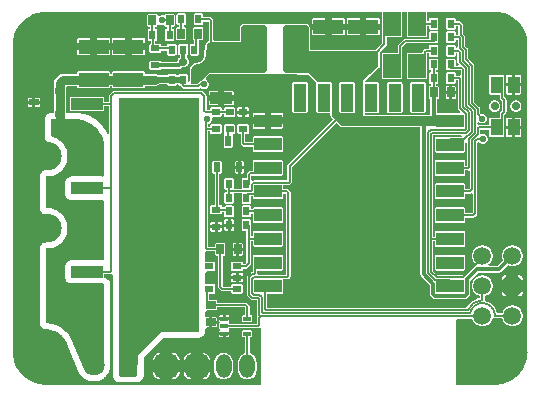
<source format=gbr>
%TF.GenerationSoftware,Altium Limited,Altium Designer,20.1.8 (145)*%
G04 Layer_Physical_Order=1*
G04 Layer_Color=2232046*
%FSLAX24Y24*%
%MOIN*%
%TF.SameCoordinates,2251247C-4072-41CD-9A68-8E7E2D596FDF*%
%TF.FilePolarity,Positive*%
%TF.FileFunction,Copper,L1,Top,Signal*%
%TF.Part,Single*%
G01*
G75*
%TA.AperFunction,Conductor*%
%ADD10C,0.0050*%
%TA.AperFunction,SMDPad,CuDef*%
G04:AMPARAMS|DCode=11|XSize=21.7mil|YSize=31.5mil|CornerRadius=0.1mil|HoleSize=0mil|Usage=FLASHONLY|Rotation=270.000|XOffset=0mil|YOffset=0mil|HoleType=Round|Shape=RoundedRectangle|*
%AMROUNDEDRECTD11*
21,1,0.0217,0.0313,0,0,270.0*
21,1,0.0214,0.0315,0,0,270.0*
1,1,0.0002,-0.0156,-0.0107*
1,1,0.0002,-0.0156,0.0107*
1,1,0.0002,0.0156,0.0107*
1,1,0.0002,0.0156,-0.0107*
%
%ADD11ROUNDEDRECTD11*%
G04:AMPARAMS|DCode=12|XSize=55.1mil|YSize=41.3mil|CornerRadius=0.2mil|HoleSize=0mil|Usage=FLASHONLY|Rotation=90.000|XOffset=0mil|YOffset=0mil|HoleType=Round|Shape=RoundedRectangle|*
%AMROUNDEDRECTD12*
21,1,0.0551,0.0409,0,0,90.0*
21,1,0.0547,0.0413,0,0,90.0*
1,1,0.0004,0.0205,0.0274*
1,1,0.0004,0.0205,-0.0274*
1,1,0.0004,-0.0205,-0.0274*
1,1,0.0004,-0.0205,0.0274*
%
%ADD12ROUNDEDRECTD12*%
G04:AMPARAMS|DCode=13|XSize=33.5mil|YSize=23.6mil|CornerRadius=0.1mil|HoleSize=0mil|Usage=FLASHONLY|Rotation=270.000|XOffset=0mil|YOffset=0mil|HoleType=Round|Shape=RoundedRectangle|*
%AMROUNDEDRECTD13*
21,1,0.0335,0.0234,0,0,270.0*
21,1,0.0332,0.0236,0,0,270.0*
1,1,0.0002,-0.0117,-0.0166*
1,1,0.0002,-0.0117,0.0166*
1,1,0.0002,0.0117,0.0166*
1,1,0.0002,0.0117,-0.0166*
%
%ADD13ROUNDEDRECTD13*%
G04:AMPARAMS|DCode=14|XSize=21.7mil|YSize=29.5mil|CornerRadius=0.1mil|HoleSize=0mil|Usage=FLASHONLY|Rotation=270.000|XOffset=0mil|YOffset=0mil|HoleType=Round|Shape=RoundedRectangle|*
%AMROUNDEDRECTD14*
21,1,0.0217,0.0293,0,0,270.0*
21,1,0.0214,0.0295,0,0,270.0*
1,1,0.0002,-0.0147,-0.0107*
1,1,0.0002,-0.0147,0.0107*
1,1,0.0002,0.0147,0.0107*
1,1,0.0002,0.0147,-0.0107*
%
%ADD14ROUNDEDRECTD14*%
G04:AMPARAMS|DCode=15|XSize=29.5mil|YSize=21.7mil|CornerRadius=0.1mil|HoleSize=0mil|Usage=FLASHONLY|Rotation=90.000|XOffset=0mil|YOffset=0mil|HoleType=Round|Shape=RoundedRectangle|*
%AMROUNDEDRECTD15*
21,1,0.0295,0.0214,0,0,90.0*
21,1,0.0293,0.0217,0,0,90.0*
1,1,0.0002,0.0107,0.0147*
1,1,0.0002,0.0107,-0.0147*
1,1,0.0002,-0.0107,-0.0147*
1,1,0.0002,-0.0107,0.0147*
%
%ADD15ROUNDEDRECTD15*%
G04:AMPARAMS|DCode=16|XSize=218.5mil|YSize=267.7mil|CornerRadius=1.1mil|HoleSize=0mil|Usage=FLASHONLY|Rotation=90.000|XOffset=0mil|YOffset=0mil|HoleType=Round|Shape=RoundedRectangle|*
%AMROUNDEDRECTD16*
21,1,0.2185,0.2655,0,0,90.0*
21,1,0.2163,0.2677,0,0,90.0*
1,1,0.0022,0.1328,0.1082*
1,1,0.0022,0.1328,-0.1082*
1,1,0.0022,-0.1328,-0.1082*
1,1,0.0022,-0.1328,0.1082*
%
%ADD16ROUNDEDRECTD16*%
G04:AMPARAMS|DCode=17|XSize=37.4mil|YSize=104.3mil|CornerRadius=0.2mil|HoleSize=0mil|Usage=FLASHONLY|Rotation=90.000|XOffset=0mil|YOffset=0mil|HoleType=Round|Shape=RoundedRectangle|*
%AMROUNDEDRECTD17*
21,1,0.0374,0.1040,0,0,90.0*
21,1,0.0370,0.1043,0,0,90.0*
1,1,0.0004,0.0520,0.0185*
1,1,0.0004,0.0520,-0.0185*
1,1,0.0004,-0.0520,-0.0185*
1,1,0.0004,-0.0520,0.0185*
%
%ADD17ROUNDEDRECTD17*%
G04:AMPARAMS|DCode=18|XSize=13.8mil|YSize=23.6mil|CornerRadius=0.1mil|HoleSize=0mil|Usage=FLASHONLY|Rotation=90.000|XOffset=0mil|YOffset=0mil|HoleType=Round|Shape=RoundedRectangle|*
%AMROUNDEDRECTD18*
21,1,0.0138,0.0235,0,0,90.0*
21,1,0.0136,0.0236,0,0,90.0*
1,1,0.0001,0.0117,0.0068*
1,1,0.0001,0.0117,-0.0068*
1,1,0.0001,-0.0117,-0.0068*
1,1,0.0001,-0.0117,0.0068*
%
%ADD18ROUNDEDRECTD18*%
G04:AMPARAMS|DCode=19|XSize=33.5mil|YSize=23.6mil|CornerRadius=0.1mil|HoleSize=0mil|Usage=FLASHONLY|Rotation=180.000|XOffset=0mil|YOffset=0mil|HoleType=Round|Shape=RoundedRectangle|*
%AMROUNDEDRECTD19*
21,1,0.0335,0.0234,0,0,180.0*
21,1,0.0332,0.0236,0,0,180.0*
1,1,0.0002,-0.0166,0.0117*
1,1,0.0002,0.0166,0.0117*
1,1,0.0002,0.0166,-0.0117*
1,1,0.0002,-0.0166,-0.0117*
%
%ADD19ROUNDEDRECTD19*%
G04:AMPARAMS|DCode=20|XSize=21.7mil|YSize=31.5mil|CornerRadius=0.1mil|HoleSize=0mil|Usage=FLASHONLY|Rotation=180.000|XOffset=0mil|YOffset=0mil|HoleType=Round|Shape=RoundedRectangle|*
%AMROUNDEDRECTD20*
21,1,0.0217,0.0313,0,0,180.0*
21,1,0.0214,0.0315,0,0,180.0*
1,1,0.0002,-0.0107,0.0156*
1,1,0.0002,0.0107,0.0156*
1,1,0.0002,0.0107,-0.0156*
1,1,0.0002,-0.0107,-0.0156*
%
%ADD20ROUNDEDRECTD20*%
G04:AMPARAMS|DCode=21|XSize=29.5mil|YSize=21.7mil|CornerRadius=0.1mil|HoleSize=0mil|Usage=FLASHONLY|Rotation=180.000|XOffset=0mil|YOffset=0mil|HoleType=Round|Shape=RoundedRectangle|*
%AMROUNDEDRECTD21*
21,1,0.0295,0.0214,0,0,180.0*
21,1,0.0293,0.0217,0,0,180.0*
1,1,0.0002,-0.0147,0.0107*
1,1,0.0002,0.0147,0.0107*
1,1,0.0002,0.0147,-0.0107*
1,1,0.0002,-0.0147,-0.0107*
%
%ADD21ROUNDEDRECTD21*%
G04:AMPARAMS|DCode=22|XSize=100.4mil|YSize=47.2mil|CornerRadius=0.2mil|HoleSize=0mil|Usage=FLASHONLY|Rotation=0.000|XOffset=0mil|YOffset=0mil|HoleType=Round|Shape=RoundedRectangle|*
%AMROUNDEDRECTD22*
21,1,0.1004,0.0468,0,0,0.0*
21,1,0.0999,0.0472,0,0,0.0*
1,1,0.0005,0.0500,-0.0234*
1,1,0.0005,-0.0500,-0.0234*
1,1,0.0005,-0.0500,0.0234*
1,1,0.0005,0.0500,0.0234*
%
%ADD22ROUNDEDRECTD22*%
%TA.AperFunction,ConnectorPad*%
G04:AMPARAMS|DCode=23|XSize=43.3mil|YSize=90.6mil|CornerRadius=0.2mil|HoleSize=0mil|Usage=FLASHONLY|Rotation=270.000|XOffset=0mil|YOffset=0mil|HoleType=Round|Shape=RoundedRectangle|*
%AMROUNDEDRECTD23*
21,1,0.0433,0.0901,0,0,270.0*
21,1,0.0429,0.0906,0,0,270.0*
1,1,0.0004,-0.0451,-0.0214*
1,1,0.0004,-0.0451,0.0214*
1,1,0.0004,0.0451,0.0214*
1,1,0.0004,0.0451,-0.0214*
%
%ADD23ROUNDEDRECTD23*%
G04:AMPARAMS|DCode=24|XSize=43.3mil|YSize=90.6mil|CornerRadius=0.2mil|HoleSize=0mil|Usage=FLASHONLY|Rotation=0.000|XOffset=0mil|YOffset=0mil|HoleType=Round|Shape=RoundedRectangle|*
%AMROUNDEDRECTD24*
21,1,0.0433,0.0901,0,0,0.0*
21,1,0.0429,0.0906,0,0,0.0*
1,1,0.0004,0.0214,-0.0451*
1,1,0.0004,-0.0214,-0.0451*
1,1,0.0004,-0.0214,0.0451*
1,1,0.0004,0.0214,0.0451*
%
%ADD24ROUNDEDRECTD24*%
%TA.AperFunction,SMDPad,CuDef*%
G04:AMPARAMS|DCode=25|XSize=21.3mil|YSize=29.5mil|CornerRadius=0.1mil|HoleSize=0mil|Usage=FLASHONLY|Rotation=0.000|XOffset=0mil|YOffset=0mil|HoleType=Round|Shape=RoundedRectangle|*
%AMROUNDEDRECTD25*
21,1,0.0213,0.0293,0,0,0.0*
21,1,0.0210,0.0295,0,0,0.0*
1,1,0.0002,0.0105,-0.0147*
1,1,0.0002,-0.0105,-0.0147*
1,1,0.0002,-0.0105,0.0147*
1,1,0.0002,0.0105,0.0147*
%
%ADD25ROUNDEDRECTD25*%
%TA.AperFunction,SMDPad,SMDef*%
G04:AMPARAMS|DCode=26|XSize=59.1mil|YSize=78.7mil|CornerRadius=0.3mil|HoleSize=0mil|Usage=FLASHONLY|Rotation=0.000|XOffset=0mil|YOffset=0mil|HoleType=Round|Shape=RoundedRectangle|*
%AMROUNDEDRECTD26*
21,1,0.0591,0.0782,0,0,0.0*
21,1,0.0585,0.0787,0,0,0.0*
1,1,0.0006,0.0292,-0.0391*
1,1,0.0006,-0.0292,-0.0391*
1,1,0.0006,-0.0292,0.0391*
1,1,0.0006,0.0292,0.0391*
%
%ADD26ROUNDEDRECTD26*%
%TA.AperFunction,SMDPad,CuDef*%
G04:AMPARAMS|DCode=27|XSize=72.8mil|YSize=39.4mil|CornerRadius=0.2mil|HoleSize=0mil|Usage=FLASHONLY|Rotation=180.000|XOffset=0mil|YOffset=0mil|HoleType=Round|Shape=RoundedRectangle|*
%AMROUNDEDRECTD27*
21,1,0.0728,0.0390,0,0,180.0*
21,1,0.0724,0.0394,0,0,180.0*
1,1,0.0004,-0.0362,0.0195*
1,1,0.0004,0.0362,0.0195*
1,1,0.0004,0.0362,-0.0195*
1,1,0.0004,-0.0362,-0.0195*
%
%ADD27ROUNDEDRECTD27*%
G04:AMPARAMS|DCode=28|XSize=157.5mil|YSize=86.6mil|CornerRadius=8.7mil|HoleSize=0mil|Usage=FLASHONLY|Rotation=90.000|XOffset=0mil|YOffset=0mil|HoleType=Round|Shape=RoundedRectangle|*
%AMROUNDEDRECTD28*
21,1,0.1575,0.0693,0,0,90.0*
21,1,0.1402,0.0866,0,0,90.0*
1,1,0.0173,0.0346,0.0701*
1,1,0.0173,0.0346,-0.0701*
1,1,0.0173,-0.0346,-0.0701*
1,1,0.0173,-0.0346,0.0701*
%
%ADD28ROUNDEDRECTD28*%
%TA.AperFunction,Conductor*%
%ADD29C,0.0300*%
%ADD30C,0.0120*%
%ADD31C,0.0320*%
%ADD32C,0.0080*%
%ADD33C,0.0060*%
%ADD34C,0.0200*%
%TA.AperFunction,ComponentPad*%
%ADD35C,0.0276*%
%TA.AperFunction,ViaPad*%
%ADD36C,0.0276*%
%TA.AperFunction,ComponentPad*%
%ADD37C,0.0591*%
G04:AMPARAMS|DCode=38|XSize=59.1mil|YSize=59.1mil|CornerRadius=5.9mil|HoleSize=0mil|Usage=FLASHONLY|Rotation=180.000|XOffset=0mil|YOffset=0mil|HoleType=Round|Shape=RoundedRectangle|*
%AMROUNDEDRECTD38*
21,1,0.0591,0.0472,0,0,180.0*
21,1,0.0472,0.0591,0,0,180.0*
1,1,0.0118,-0.0236,0.0236*
1,1,0.0118,0.0236,0.0236*
1,1,0.0118,0.0236,-0.0236*
1,1,0.0118,-0.0236,-0.0236*
%
%ADD38ROUNDEDRECTD38*%
G04:AMPARAMS|DCode=39|XSize=63mil|YSize=78.7mil|CornerRadius=6.3mil|HoleSize=0mil|Usage=FLASHONLY|Rotation=0.000|XOffset=0mil|YOffset=0mil|HoleType=Round|Shape=RoundedRectangle|*
%AMROUNDEDRECTD39*
21,1,0.0630,0.0661,0,0,0.0*
21,1,0.0504,0.0787,0,0,0.0*
1,1,0.0126,0.0252,-0.0331*
1,1,0.0126,-0.0252,-0.0331*
1,1,0.0126,-0.0252,0.0331*
1,1,0.0126,0.0252,0.0331*
%
%ADD39ROUNDEDRECTD39*%
%ADD40C,0.0709*%
%TA.AperFunction,ViaPad*%
%ADD41O,0.1575X0.0945*%
%ADD42C,0.1496*%
%TA.AperFunction,ComponentPad*%
G04:AMPARAMS|DCode=43|XSize=51.2mil|YSize=78.7mil|CornerRadius=25.6mil|HoleSize=0mil|Usage=FLASHONLY|Rotation=0.000|XOffset=0mil|YOffset=0mil|HoleType=Round|Shape=RoundedRectangle|*
%AMROUNDEDRECTD43*
21,1,0.0512,0.0276,0,0,0.0*
21,1,0.0000,0.0787,0,0,0.0*
1,1,0.0512,0.0000,-0.0138*
1,1,0.0512,0.0000,-0.0138*
1,1,0.0512,0.0000,0.0138*
1,1,0.0512,0.0000,0.0138*
%
%ADD43ROUNDEDRECTD43*%
G04:AMPARAMS|DCode=44|XSize=78.7mil|YSize=78.7mil|CornerRadius=19.7mil|HoleSize=0mil|Usage=FLASHONLY|Rotation=0.000|XOffset=0mil|YOffset=0mil|HoleType=Round|Shape=RoundedRectangle|*
%AMROUNDEDRECTD44*
21,1,0.0787,0.0394,0,0,0.0*
21,1,0.0394,0.0787,0,0,0.0*
1,1,0.0394,0.0197,-0.0197*
1,1,0.0394,-0.0197,-0.0197*
1,1,0.0394,-0.0197,0.0197*
1,1,0.0394,0.0197,0.0197*
%
%ADD44ROUNDEDRECTD44*%
%TA.AperFunction,ViaPad*%
%ADD45C,0.0260*%
%ADD46C,0.0220*%
G36*
X16228Y12511D02*
X16313Y12501D01*
X16398Y12484D01*
X16481Y12461D01*
X16562Y12431D01*
X16640Y12395D01*
X16715Y12353D01*
X16787Y12305D01*
X16854Y12252D01*
X16918Y12193D01*
X16976Y12130D01*
X17029Y12062D01*
X17077Y11991D01*
X17119Y11915D01*
X17155Y11837D01*
X17185Y11756D01*
X17209Y11673D01*
X17225Y11589D01*
X17236Y11503D01*
X17237Y11472D01*
X17238Y11417D01*
X17238Y11417D01*
X17238Y11364D01*
Y1181D01*
X17239Y1178D01*
X17236Y1095D01*
X17225Y1009D01*
X17209Y925D01*
X17185Y842D01*
X17155Y761D01*
X17119Y683D01*
X17077Y608D01*
X17029Y536D01*
X16976Y469D01*
X16918Y405D01*
X16854Y347D01*
X16787Y293D01*
X16715Y246D01*
X16640Y203D01*
X16562Y167D01*
X16481Y138D01*
X16398Y114D01*
X16313Y97D01*
X16228Y87D01*
X16196Y86D01*
X16142Y84D01*
X16142Y84D01*
X16088Y84D01*
X14862D01*
Y2253D01*
X14912Y2281D01*
X15404D01*
X15415Y2247D01*
X15435Y2206D01*
X15460Y2169D01*
X15490Y2135D01*
X15524Y2105D01*
X15562Y2080D01*
X15602Y2060D01*
X15645Y2045D01*
X15690Y2036D01*
X15735Y2033D01*
X15780Y2036D01*
X15824Y2045D01*
X15867Y2060D01*
X15908Y2080D01*
X15946Y2105D01*
X15980Y2135D01*
X16009Y2169D01*
X16035Y2206D01*
X16055Y2247D01*
X16067Y2284D01*
X16087Y2296D01*
X16129Y2309D01*
X16136Y2306D01*
X16155Y2304D01*
X16398D01*
X16401Y2290D01*
X16415Y2247D01*
X16435Y2206D01*
X16460Y2169D01*
X16490Y2135D01*
X16524Y2105D01*
X16562Y2080D01*
X16602Y2060D01*
X16645Y2045D01*
X16690Y2036D01*
X16735Y2033D01*
X16780Y2036D01*
X16824Y2045D01*
X16867Y2060D01*
X16908Y2080D01*
X16946Y2105D01*
X16980Y2135D01*
X17009Y2169D01*
X17035Y2206D01*
X17055Y2247D01*
X17069Y2290D01*
X17078Y2334D01*
X17081Y2379D01*
X17078Y2424D01*
X17069Y2469D01*
X17055Y2512D01*
X17035Y2552D01*
X17009Y2590D01*
X16980Y2624D01*
X16946Y2654D01*
X16908Y2679D01*
X16867Y2699D01*
X16824Y2713D01*
X16780Y2722D01*
X16735Y2725D01*
X16690Y2722D01*
X16645Y2713D01*
X16602Y2699D01*
X16562Y2679D01*
X16524Y2654D01*
X16490Y2624D01*
X16460Y2590D01*
X16435Y2552D01*
X16415Y2512D01*
X16401Y2469D01*
X16398Y2455D01*
X16224D01*
X16219Y2490D01*
X16203Y2543D01*
X16182Y2594D01*
X16155Y2643D01*
X16123Y2688D01*
X16086Y2730D01*
X16044Y2767D01*
X15999Y2799D01*
X15950Y2826D01*
X15899Y2847D01*
X15859Y2859D01*
X15808Y2880D01*
X15811Y2899D01*
Y3042D01*
X15824Y3045D01*
X15867Y3060D01*
X15908Y3080D01*
X15946Y3105D01*
X15980Y3135D01*
X16009Y3169D01*
X16035Y3206D01*
X16055Y3247D01*
X16069Y3290D01*
X16078Y3334D01*
X16081Y3379D01*
X16078Y3424D01*
X16069Y3469D01*
X16055Y3512D01*
X16035Y3552D01*
X16009Y3590D01*
X15980Y3624D01*
X15946Y3654D01*
X15908Y3679D01*
X15867Y3699D01*
X15824Y3713D01*
X15780Y3722D01*
X15735Y3725D01*
X15690Y3722D01*
X15645Y3713D01*
X15602Y3699D01*
X15562Y3679D01*
X15524Y3654D01*
X15490Y3624D01*
X15460Y3590D01*
X15435Y3552D01*
X15415Y3512D01*
X15401Y3469D01*
X15392Y3424D01*
X15389Y3379D01*
X15392Y3334D01*
X15401Y3290D01*
X15415Y3247D01*
X15435Y3206D01*
X15460Y3169D01*
X15490Y3135D01*
X15524Y3105D01*
X15562Y3080D01*
X15602Y3060D01*
X15645Y3045D01*
X15659Y3042D01*
Y2970D01*
X15602Y2960D01*
X15537Y2942D01*
X15475Y2916D01*
X15417Y2884D01*
X15362Y2845D01*
X15312Y2800D01*
X15267Y2750D01*
X15229Y2696D01*
X15196Y2637D01*
X15194Y2632D01*
X8563D01*
Y3106D01*
X9041D01*
X9055Y3107D01*
X9067Y3113D01*
X9078Y3121D01*
X9087Y3132D01*
X9092Y3145D01*
X9094Y3158D01*
Y3587D01*
X9095Y3589D01*
X9232D01*
X9232Y3589D01*
X9252Y3591D01*
X9270Y3599D01*
X9286Y3611D01*
X9323Y3649D01*
X9323Y3649D01*
X9336Y3664D01*
X9343Y3683D01*
X9346Y3702D01*
X9346Y3702D01*
Y6486D01*
X9343Y6505D01*
X9336Y6524D01*
X9323Y6539D01*
X9323Y6539D01*
X9287Y6576D01*
X9271Y6588D01*
X9253Y6596D01*
X9233Y6598D01*
X9233Y6598D01*
X9094D01*
Y6737D01*
X9095Y6739D01*
X9275D01*
X9275Y6739D01*
X9294Y6741D01*
X9313Y6749D01*
X9328Y6761D01*
X9365Y6797D01*
X9365Y6797D01*
X9377Y6813D01*
X9385Y6831D01*
X9387Y6851D01*
X9387Y6851D01*
Y7341D01*
X10845Y8799D01*
X10899Y8799D01*
X11021Y8677D01*
X11038Y8666D01*
X11057Y8662D01*
X11764Y8662D01*
X11765Y8662D01*
X13671D01*
Y3755D01*
X13675Y3726D01*
X13686Y3700D01*
X13704Y3677D01*
X13978Y3403D01*
Y3112D01*
X13982Y3083D01*
X13993Y3056D01*
X14010Y3033D01*
X14076Y2968D01*
X14099Y2950D01*
X14126Y2939D01*
X14155Y2935D01*
X15149D01*
X15177Y2939D01*
X15204Y2950D01*
X15227Y2968D01*
X15298Y3039D01*
X15316Y3062D01*
X15327Y3088D01*
X15331Y3117D01*
Y3544D01*
X15600Y3813D01*
X16280D01*
X16308Y3817D01*
X16335Y3828D01*
X16358Y3845D01*
X16582Y4070D01*
X16602Y4060D01*
X16645Y4045D01*
X16690Y4036D01*
X16735Y4033D01*
X16780Y4036D01*
X16824Y4045D01*
X16867Y4060D01*
X16908Y4080D01*
X16946Y4105D01*
X16980Y4135D01*
X17009Y4169D01*
X17035Y4206D01*
X17055Y4247D01*
X17069Y4290D01*
X17078Y4334D01*
X17081Y4379D01*
X17078Y4424D01*
X17069Y4469D01*
X17055Y4512D01*
X17035Y4552D01*
X17009Y4590D01*
X16980Y4624D01*
X16946Y4654D01*
X16908Y4679D01*
X16867Y4699D01*
X16824Y4713D01*
X16780Y4722D01*
X16735Y4725D01*
X16690Y4722D01*
X16645Y4713D01*
X16602Y4699D01*
X16562Y4679D01*
X16524Y4654D01*
X16490Y4624D01*
X16460Y4590D01*
X16435Y4552D01*
X16415Y4512D01*
X16401Y4469D01*
X16392Y4424D01*
X16389Y4379D01*
X16392Y4334D01*
X16401Y4290D01*
X16415Y4247D01*
X16425Y4226D01*
X16234Y4035D01*
X15940D01*
X15923Y4090D01*
X15946Y4105D01*
X15980Y4135D01*
X16009Y4169D01*
X16035Y4206D01*
X16055Y4247D01*
X16069Y4290D01*
X16078Y4334D01*
X16081Y4379D01*
X16078Y4424D01*
X16069Y4469D01*
X16055Y4512D01*
X16035Y4552D01*
X16009Y4590D01*
X15980Y4624D01*
X15946Y4654D01*
X15908Y4679D01*
X15867Y4699D01*
X15824Y4713D01*
X15780Y4722D01*
X15735Y4725D01*
X15690Y4722D01*
X15645Y4713D01*
X15602Y4699D01*
X15562Y4679D01*
X15524Y4654D01*
X15490Y4624D01*
X15460Y4590D01*
X15435Y4552D01*
X15415Y4512D01*
X15401Y4469D01*
X15392Y4424D01*
X15389Y4379D01*
X15392Y4334D01*
X15401Y4290D01*
X15415Y4247D01*
X15435Y4206D01*
X15460Y4169D01*
X15479Y4147D01*
X15072Y3740D01*
X14237D01*
X14093Y3884D01*
Y4867D01*
X14148D01*
Y4728D01*
X14150Y4715D01*
X14155Y4702D01*
X14164Y4691D01*
X14175Y4683D01*
X14187Y4677D01*
X14201Y4676D01*
X15102D01*
X15116Y4677D01*
X15129Y4683D01*
X15139Y4691D01*
X15148Y4702D01*
X15153Y4715D01*
X15155Y4728D01*
Y5157D01*
X15153Y5171D01*
X15148Y5183D01*
X15139Y5194D01*
X15129Y5203D01*
X15116Y5208D01*
X15102Y5210D01*
X14201D01*
X14187Y5208D01*
X14175Y5203D01*
X14164Y5194D01*
X14155Y5183D01*
X14150Y5171D01*
X14148Y5157D01*
Y5018D01*
X14093D01*
Y8405D01*
X15024D01*
X15053Y8350D01*
X15053Y8350D01*
X14652D01*
X14650Y8350D01*
X14201D01*
X14187Y8348D01*
X14175Y8343D01*
X14164Y8334D01*
X14155Y8323D01*
X14150Y8311D01*
X14148Y8297D01*
Y7868D01*
X14150Y7855D01*
X14155Y7842D01*
X14164Y7831D01*
X14175Y7823D01*
X14187Y7817D01*
X14201Y7816D01*
X15102D01*
X15116Y7817D01*
X15129Y7823D01*
X15139Y7831D01*
X15148Y7842D01*
X15153Y7855D01*
X15155Y7868D01*
Y8144D01*
X15159Y8147D01*
X15212Y8122D01*
X15214Y8119D01*
Y7378D01*
X15155D01*
Y7517D01*
X15153Y7531D01*
X15148Y7543D01*
X15139Y7554D01*
X15129Y7563D01*
X15116Y7568D01*
X15102Y7570D01*
X14201D01*
X14187Y7568D01*
X14175Y7563D01*
X14164Y7554D01*
X14155Y7543D01*
X14150Y7531D01*
X14148Y7517D01*
Y7088D01*
X14150Y7075D01*
X14155Y7062D01*
X14164Y7051D01*
X14175Y7043D01*
X14187Y7037D01*
X14201Y7036D01*
X15102D01*
X15116Y7037D01*
X15129Y7043D01*
X15139Y7051D01*
X15148Y7062D01*
X15153Y7075D01*
X15155Y7088D01*
Y7227D01*
X15253D01*
X15253Y7227D01*
X15259Y7228D01*
X15298Y7205D01*
X15314Y7189D01*
Y6631D01*
X15281Y6598D01*
X15155D01*
Y6737D01*
X15153Y6751D01*
X15148Y6763D01*
X15139Y6774D01*
X15129Y6783D01*
X15116Y6788D01*
X15102Y6790D01*
X14201D01*
X14187Y6788D01*
X14175Y6783D01*
X14164Y6774D01*
X14155Y6763D01*
X14150Y6751D01*
X14148Y6737D01*
Y6308D01*
X14150Y6295D01*
X14155Y6282D01*
X14164Y6271D01*
X14175Y6263D01*
X14187Y6257D01*
X14201Y6256D01*
X15102D01*
X15116Y6257D01*
X15129Y6263D01*
X15139Y6271D01*
X15148Y6282D01*
X15153Y6295D01*
X15155Y6308D01*
Y6447D01*
X15313D01*
X15313Y6447D01*
X15332Y6450D01*
X15351Y6457D01*
X15364Y6468D01*
X15385Y6465D01*
X15419Y6451D01*
Y5826D01*
X15392Y5798D01*
X15155D01*
Y5937D01*
X15153Y5951D01*
X15148Y5963D01*
X15139Y5974D01*
X15129Y5983D01*
X15116Y5988D01*
X15102Y5990D01*
X14201D01*
X14187Y5988D01*
X14175Y5983D01*
X14164Y5974D01*
X14155Y5963D01*
X14150Y5951D01*
X14148Y5937D01*
Y5508D01*
X14150Y5495D01*
X14155Y5482D01*
X14164Y5471D01*
X14175Y5463D01*
X14187Y5457D01*
X14201Y5456D01*
X15102D01*
X15116Y5457D01*
X15129Y5463D01*
X15139Y5471D01*
X15148Y5482D01*
X15153Y5495D01*
X15155Y5508D01*
Y5647D01*
X15423D01*
X15423Y5647D01*
X15443Y5650D01*
X15461Y5657D01*
X15476Y5669D01*
X15549Y5741D01*
X15549Y5741D01*
X15561Y5757D01*
X15568Y5775D01*
X15571Y5795D01*
Y8135D01*
X15621Y8166D01*
X15632Y8164D01*
X15636Y8158D01*
X15661Y8138D01*
X15689Y8123D01*
X15719Y8114D01*
X15750Y8111D01*
X15782Y8114D01*
X15812Y8123D01*
X15840Y8138D01*
X15864Y8158D01*
X15884Y8182D01*
X15899Y8210D01*
X15908Y8240D01*
X15911Y8272D01*
X15908Y8303D01*
X15899Y8334D01*
X15884Y8361D01*
X15864Y8386D01*
X15840Y8406D01*
X15812Y8421D01*
X15782Y8430D01*
X15750Y8433D01*
X15719Y8430D01*
X15709Y8427D01*
X15705Y8428D01*
X15664Y8453D01*
X15655Y8465D01*
Y8586D01*
X15951D01*
Y8388D01*
X15953Y8374D01*
X15958Y8362D01*
X15967Y8351D01*
X15977Y8342D01*
X15990Y8337D01*
X16004Y8335D01*
X16413D01*
X16426Y8337D01*
X16439Y8342D01*
X16450Y8351D01*
X16458Y8362D01*
X16464Y8374D01*
X16465Y8388D01*
Y8660D01*
X16466Y8661D01*
Y9080D01*
X16517Y9131D01*
X16517Y9131D01*
X16529Y9147D01*
X16536Y9165D01*
X16539Y9184D01*
X16539Y9184D01*
Y9574D01*
X16539Y9574D01*
X16536Y9594D01*
X16529Y9612D01*
X16517Y9627D01*
X16517Y9627D01*
X16466Y9679D01*
Y10079D01*
X16465Y10081D01*
Y10352D01*
X16464Y10366D01*
X16458Y10379D01*
X16450Y10389D01*
X16439Y10398D01*
X16426Y10403D01*
X16413Y10405D01*
X16004D01*
X15990Y10403D01*
X15977Y10398D01*
X15967Y10389D01*
X15958Y10379D01*
X15953Y10366D01*
X15951Y10352D01*
Y9805D01*
X15953Y9792D01*
X15958Y9779D01*
X15967Y9768D01*
X15977Y9760D01*
X15990Y9754D01*
X16004Y9753D01*
X16314D01*
Y9647D01*
X16314Y9647D01*
X16317Y9628D01*
X16324Y9609D01*
X16337Y9594D01*
X16388Y9543D01*
Y9216D01*
X16337Y9165D01*
X16324Y9149D01*
X16317Y9131D01*
X16314Y9111D01*
X16314Y9111D01*
Y8987D01*
X16004D01*
X15990Y8986D01*
X15977Y8980D01*
X15967Y8972D01*
X15958Y8961D01*
X15953Y8949D01*
X15951Y8935D01*
Y8737D01*
X15611D01*
X15611Y8737D01*
X15610Y8737D01*
X15567Y8765D01*
X15564Y8768D01*
X15571Y8805D01*
X15626Y8826D01*
X15634Y8819D01*
X15662Y8804D01*
X15692Y8795D01*
X15724Y8792D01*
X15755Y8795D01*
X15786Y8804D01*
X15813Y8819D01*
X15838Y8839D01*
X15858Y8864D01*
X15873Y8891D01*
X15882Y8922D01*
X15885Y8953D01*
X15882Y8984D01*
X15873Y9015D01*
X15858Y9042D01*
X15838Y9067D01*
X15813Y9087D01*
X15786Y9102D01*
X15755Y9111D01*
X15724Y9114D01*
X15703Y9112D01*
X15669Y9138D01*
X15655Y9154D01*
Y9285D01*
X15655Y9285D01*
X15652Y9304D01*
X15645Y9323D01*
X15633Y9338D01*
X15633Y9338D01*
X15471Y9500D01*
Y10708D01*
X15471Y10708D01*
X15469Y10727D01*
X15461Y10746D01*
X15449Y10761D01*
X15449Y10761D01*
X15251Y10959D01*
Y11253D01*
X15248Y11272D01*
X15241Y11290D01*
X15229Y11306D01*
X15229Y11306D01*
X15160Y11374D01*
Y11669D01*
X15160Y11669D01*
X15158Y11688D01*
X15150Y11707D01*
X15138Y11722D01*
X15138Y11722D01*
X15082Y11778D01*
Y12077D01*
X15082Y12077D01*
X15080Y12097D01*
X15072Y12115D01*
X15060Y12131D01*
X15060Y12131D01*
X15021Y12169D01*
X15006Y12182D01*
X14987Y12189D01*
X14968Y12192D01*
X14968Y12192D01*
X14842D01*
Y12263D01*
X14841Y12276D01*
X14835Y12288D01*
X14827Y12299D01*
X14817Y12307D01*
X14804Y12312D01*
X14791Y12314D01*
X14576D01*
X14563Y12312D01*
X14551Y12307D01*
X14540Y12299D01*
X14532Y12288D01*
X14527Y12276D01*
X14525Y12263D01*
Y11969D01*
X14527Y11956D01*
X14532Y11944D01*
X14540Y11933D01*
X14551Y11925D01*
X14563Y11920D01*
X14576Y11918D01*
X14791D01*
X14804Y11920D01*
X14817Y11925D01*
X14827Y11933D01*
X14835Y11944D01*
X14841Y11956D01*
X14842Y11969D01*
Y12040D01*
X14931D01*
Y11747D01*
X14931Y11747D01*
X14924Y11739D01*
X14842D01*
Y11810D01*
X14841Y11823D01*
X14835Y11835D01*
X14827Y11846D01*
X14817Y11854D01*
X14804Y11859D01*
X14791Y11861D01*
X14576D01*
X14563Y11859D01*
X14551Y11854D01*
X14540Y11846D01*
X14532Y11835D01*
X14527Y11823D01*
X14525Y11810D01*
Y11517D01*
X14527Y11503D01*
X14532Y11491D01*
X14540Y11480D01*
X14551Y11472D01*
X14563Y11467D01*
X14576Y11465D01*
X14791D01*
X14804Y11467D01*
X14817Y11472D01*
X14827Y11480D01*
X14835Y11491D01*
X14841Y11503D01*
X14842Y11517D01*
Y11587D01*
X14909D01*
Y11340D01*
X14858Y11292D01*
X14842Y11293D01*
Y11354D01*
X14841Y11367D01*
X14835Y11379D01*
X14827Y11390D01*
X14817Y11398D01*
X14804Y11403D01*
X14791Y11405D01*
X14576D01*
X14563Y11403D01*
X14551Y11398D01*
X14540Y11390D01*
X14532Y11379D01*
X14527Y11367D01*
X14525Y11354D01*
Y11061D01*
X14527Y11047D01*
X14532Y11035D01*
X14540Y11024D01*
X14551Y11016D01*
X14563Y11011D01*
X14576Y11009D01*
X14791D01*
X14804Y11011D01*
X14817Y11016D01*
X14827Y11024D01*
X14835Y11035D01*
X14841Y11047D01*
X14842Y11061D01*
Y11131D01*
X14899D01*
Y10845D01*
X14899Y10845D01*
X14902Y10826D01*
X14910Y10807D01*
X14922Y10792D01*
X14928Y10785D01*
X14928Y10785D01*
X14956Y10758D01*
X14935Y10707D01*
X14842D01*
Y10901D01*
X14841Y10914D01*
X14835Y10927D01*
X14827Y10937D01*
X14817Y10945D01*
X14804Y10951D01*
X14791Y10952D01*
X14576D01*
X14563Y10951D01*
X14551Y10945D01*
X14540Y10937D01*
X14532Y10927D01*
X14527Y10914D01*
X14525Y10901D01*
Y10608D01*
X14527Y10594D01*
X14532Y10582D01*
X14540Y10571D01*
X14551Y10563D01*
X14563Y10558D01*
X14576Y10556D01*
X14678D01*
X14684Y10555D01*
X15016D01*
X15020Y10552D01*
Y10417D01*
X15004Y10400D01*
X14965Y10376D01*
X14960Y10377D01*
X14960Y10377D01*
X14842D01*
Y10448D01*
X14841Y10461D01*
X14835Y10474D01*
X14827Y10484D01*
X14817Y10493D01*
X14804Y10498D01*
X14791Y10499D01*
X14576D01*
X14563Y10498D01*
X14551Y10493D01*
X14540Y10484D01*
X14532Y10474D01*
X14527Y10461D01*
X14525Y10448D01*
Y10155D01*
X14527Y10142D01*
X14532Y10129D01*
X14540Y10118D01*
X14551Y10110D01*
X14563Y10105D01*
X14576Y10103D01*
X14791D01*
X14804Y10105D01*
X14817Y10110D01*
X14827Y10118D01*
X14835Y10129D01*
X14841Y10142D01*
X14842Y10155D01*
Y10226D01*
X14920D01*
Y9303D01*
X14920Y9303D01*
X14922Y9283D01*
X14930Y9265D01*
X14942Y9249D01*
X15001Y9190D01*
X14980Y9140D01*
X14224D01*
Y9604D01*
X14230D01*
X14243Y9605D01*
X14255Y9611D01*
X14266Y9619D01*
X14274Y9629D01*
X14280Y9642D01*
X14281Y9655D01*
Y9988D01*
X14280Y10001D01*
X14274Y10013D01*
X14266Y10024D01*
X14255Y10032D01*
X14243Y10037D01*
X14230Y10039D01*
X14188D01*
Y10103D01*
X14220D01*
X14233Y10105D01*
X14246Y10110D01*
X14256Y10118D01*
X14265Y10129D01*
X14270Y10142D01*
X14271Y10155D01*
Y10448D01*
X14270Y10461D01*
X14265Y10474D01*
X14256Y10484D01*
X14246Y10493D01*
X14233Y10498D01*
X14220Y10499D01*
X14188D01*
Y10556D01*
X14220D01*
X14233Y10558D01*
X14246Y10563D01*
X14256Y10571D01*
X14265Y10582D01*
X14270Y10594D01*
X14271Y10608D01*
Y10901D01*
X14270Y10914D01*
X14265Y10927D01*
X14256Y10937D01*
X14246Y10945D01*
X14233Y10951D01*
X14220Y10952D01*
X14006D01*
X13992Y10951D01*
X13980Y10945D01*
X13969Y10937D01*
X13961Y10927D01*
X13956Y10914D01*
X13954Y10901D01*
Y10608D01*
X13956Y10594D01*
X13961Y10582D01*
X13969Y10571D01*
X13980Y10563D01*
X13992Y10558D01*
X14006Y10556D01*
X14037D01*
Y10499D01*
X14006D01*
X13992Y10498D01*
X13980Y10493D01*
X13969Y10484D01*
X13961Y10474D01*
X13956Y10461D01*
X13954Y10448D01*
Y10155D01*
X13956Y10142D01*
X13961Y10129D01*
X13969Y10118D01*
X13980Y10110D01*
X13992Y10105D01*
X14006Y10103D01*
X14037D01*
Y10039D01*
X13996D01*
X13982Y10037D01*
X13970Y10032D01*
X13959Y10024D01*
X13951Y10013D01*
X13946Y10001D01*
X13944Y9988D01*
Y9655D01*
X13946Y9642D01*
X13951Y9629D01*
X13959Y9619D01*
X13970Y9611D01*
X13982Y9605D01*
X13996Y9604D01*
X14002D01*
Y9083D01*
X11815D01*
Y9149D01*
X11817Y9150D01*
X12245D01*
X12259Y9152D01*
X12272Y9157D01*
X12283Y9166D01*
X12291Y9176D01*
X12296Y9189D01*
X12298Y9203D01*
Y10104D01*
X12296Y10118D01*
X12291Y10130D01*
X12283Y10141D01*
X12272Y10149D01*
X12259Y10155D01*
X12245Y10157D01*
X11817D01*
X11815Y10158D01*
Y10217D01*
X12297Y10631D01*
X12298Y10632D01*
X12300Y10633D01*
X12304Y10640D01*
X12309Y10646D01*
X12310Y10648D01*
X12311Y10650D01*
X12313Y10658D01*
X12315Y10666D01*
X12314Y10667D01*
X12315Y10669D01*
Y10675D01*
X12315Y10677D01*
Y11140D01*
X12534Y11359D01*
X12549Y11378D01*
X12558Y11400D01*
X12561Y11423D01*
Y11675D01*
X13017D01*
X13031Y11676D01*
X13044Y11682D01*
X13055Y11690D01*
X13064Y11701D01*
X13069Y11714D01*
X13071Y11728D01*
Y12510D01*
X13075Y12514D01*
X13202D01*
X13206Y12510D01*
Y11728D01*
X13208Y11714D01*
X13213Y11701D01*
X13222Y11690D01*
X13233Y11682D01*
X13246Y11676D01*
X13259Y11675D01*
X13844D01*
X13858Y11676D01*
X13871Y11682D01*
X13882Y11690D01*
X13890Y11701D01*
X13896Y11714D01*
X13897Y11728D01*
Y12040D01*
X13954D01*
Y11969D01*
X13956Y11956D01*
X13961Y11944D01*
X13969Y11933D01*
X13980Y11925D01*
X13992Y11920D01*
X14006Y11918D01*
X14220D01*
X14233Y11920D01*
X14246Y11925D01*
X14256Y11933D01*
X14265Y11944D01*
X14270Y11956D01*
X14271Y11969D01*
Y12263D01*
X14270Y12276D01*
X14265Y12288D01*
X14256Y12299D01*
X14246Y12307D01*
X14233Y12312D01*
X14220Y12314D01*
X14006D01*
X13992Y12312D01*
X13980Y12307D01*
X13969Y12299D01*
X13961Y12288D01*
X13956Y12276D01*
X13954Y12263D01*
Y12192D01*
X13897D01*
Y12510D01*
X13901Y12514D01*
X16142D01*
X16145Y12514D01*
X16228Y12511D01*
D02*
G37*
G36*
X1181Y12514D02*
X12375D01*
X12379Y12510D01*
Y12080D01*
X12379Y12079D01*
Y11461D01*
X12157Y11239D01*
X9993Y11239D01*
Y11966D01*
X9990Y11992D01*
X9982Y12018D01*
X9970Y12042D01*
X9952Y12063D01*
X9932Y12080D01*
X9908Y12092D01*
X9882Y12100D01*
X9855Y12103D01*
X9511D01*
X9509Y12103D01*
X8131D01*
X8129Y12103D01*
X7785D01*
X7758Y12100D01*
X7732Y12092D01*
X7708Y12080D01*
X7687Y12063D01*
X7670Y12042D01*
X7658Y12018D01*
X7650Y11992D01*
X7647Y11966D01*
Y11541D01*
X6807Y11541D01*
X6768Y11580D01*
Y12217D01*
X6765Y12238D01*
X6757Y12258D01*
X6744Y12274D01*
X6702Y12317D01*
X6685Y12330D01*
X6665Y12338D01*
X6645Y12341D01*
X6423D01*
Y12407D01*
X6421Y12420D01*
X6416Y12432D01*
X6408Y12443D01*
X6397Y12451D01*
X6385Y12456D01*
X6372Y12458D01*
X6157D01*
X6144Y12456D01*
X6131Y12451D01*
X6121Y12443D01*
X6113Y12432D01*
X6107Y12420D01*
X6106Y12407D01*
Y12113D01*
X6107Y12100D01*
X6113Y12088D01*
X6121Y12077D01*
X6131Y12069D01*
X6144Y12064D01*
X6157Y12062D01*
X6372D01*
X6385Y12064D01*
X6397Y12069D01*
X6408Y12077D01*
X6416Y12088D01*
X6421Y12100D01*
X6423Y12113D01*
Y12179D01*
X6607D01*
Y11525D01*
X6605Y11524D01*
X6601Y11522D01*
X6597Y11520D01*
X6577Y11508D01*
X6573Y11505D01*
X6569Y11503D01*
X6552Y11487D01*
X6549Y11483D01*
X6545Y11480D01*
X6531Y11461D01*
X6529Y11457D01*
X6526Y11453D01*
X6515Y11432D01*
X6514Y11428D01*
X6512Y11424D01*
X6505Y11401D01*
X6504Y11397D01*
X6503Y11392D01*
X6502Y11380D01*
X6502Y11380D01*
X6468Y11085D01*
X6468Y11085D01*
X6468Y11085D01*
X6466Y11067D01*
X6460Y11034D01*
X6451Y11002D01*
X6438Y10971D01*
X6421Y10942D01*
X6401Y10915D01*
X6378Y10891D01*
X6353Y10869D01*
X6325Y10851D01*
X6296Y10835D01*
X6265Y10823D01*
X6232Y10815D01*
X6215Y10812D01*
X6196Y10809D01*
X6191Y10808D01*
X6187Y10807D01*
X6148Y10795D01*
X6144Y10792D01*
X6140Y10791D01*
X6104Y10771D01*
X6100Y10769D01*
X6096Y10766D01*
X6064Y10741D01*
X6061Y10737D01*
X6057Y10734D01*
X6030Y10704D01*
X6028Y10700D01*
X6025Y10696D01*
X6004Y10661D01*
X6003Y10657D01*
X6000Y10653D01*
X5986Y10614D01*
X5985Y10610D01*
X5983Y10606D01*
X5976Y10565D01*
X5976Y10561D01*
X5975Y10556D01*
X5975Y10536D01*
X5975Y10536D01*
X5975Y10536D01*
X5975Y10191D01*
X5920Y10155D01*
X5915Y10157D01*
Y10394D01*
X5914Y10407D01*
X5908Y10419D01*
X5900Y10430D01*
X5890Y10438D01*
X5877Y10443D01*
X5864Y10445D01*
X5653D01*
X5640Y10443D01*
X5628Y10438D01*
X5617Y10430D01*
X5609Y10419D01*
X5604Y10407D01*
X5602Y10398D01*
X5541D01*
X5540Y10407D01*
X5534Y10419D01*
X5526Y10430D01*
X5516Y10438D01*
X5503Y10443D01*
X5490Y10445D01*
X5279D01*
X5266Y10443D01*
X5254Y10438D01*
X5243Y10430D01*
X5235Y10419D01*
X5230Y10407D01*
X5228Y10398D01*
X4948D01*
X4928Y10414D01*
X4894Y10433D01*
X4856Y10444D01*
X4817Y10448D01*
X4489D01*
Y10481D01*
X4487Y10495D01*
X4482Y10507D01*
X4473Y10518D01*
X4462Y10527D01*
X4450Y10532D01*
X4436Y10534D01*
X3437D01*
X3423Y10532D01*
X3410Y10527D01*
X3399Y10518D01*
X3391Y10507D01*
X3386Y10495D01*
X3384Y10481D01*
Y10448D01*
X3329D01*
Y10481D01*
X3327Y10495D01*
X3322Y10507D01*
X3313Y10518D01*
X3302Y10527D01*
X3290Y10532D01*
X3276Y10534D01*
X2277D01*
X2263Y10532D01*
X2250Y10527D01*
X2239Y10518D01*
X2231Y10507D01*
X2226Y10495D01*
X2224Y10481D01*
Y10448D01*
X1747D01*
X1708Y10444D01*
X1670Y10433D01*
X1635Y10414D01*
X1605Y10389D01*
X1511Y10295D01*
X1486Y10265D01*
X1467Y10230D01*
X1456Y10192D01*
X1452Y10153D01*
Y9997D01*
X1452Y9997D01*
X1447Y9985D01*
X1445Y9971D01*
Y9757D01*
X1447Y9743D01*
X1452Y9731D01*
X1452Y9731D01*
Y9249D01*
X1452Y9249D01*
X1447Y9237D01*
X1445Y9223D01*
Y9134D01*
X1345Y9134D01*
X1306Y9130D01*
X1268Y9119D01*
X1233Y9100D01*
X1203Y9075D01*
X1178Y9045D01*
X1159Y9010D01*
X1148Y8973D01*
X1144Y8933D01*
X1144Y8360D01*
X1145Y8355D01*
X1144Y8350D01*
X1147Y8335D01*
X1148Y8320D01*
X1149Y8316D01*
X1150Y8311D01*
X1155Y8297D01*
X1159Y8283D01*
X1162Y8278D01*
X1163Y8274D01*
X1171Y8261D01*
X1178Y8248D01*
X1181Y8244D01*
X1184Y8240D01*
X1194Y8229D01*
X1203Y8218D01*
X1207Y8214D01*
X1210Y8211D01*
X1222Y8202D01*
X1233Y8193D01*
X1238Y8190D01*
X1242Y8187D01*
X1255Y8181D01*
X1268Y8174D01*
X1273Y8173D01*
X1277Y8170D01*
X1292Y8167D01*
X1306Y8163D01*
X1311Y8162D01*
X1316Y8161D01*
X1322Y8160D01*
X1367Y8149D01*
X1411Y8133D01*
X1453Y8113D01*
X1493Y8089D01*
X1530Y8062D01*
X1564Y8031D01*
X1595Y7996D01*
X1623Y7959D01*
X1647Y7919D01*
X1666Y7878D01*
X1682Y7834D01*
X1693Y7789D01*
X1700Y7743D01*
X1702Y7697D01*
X1700Y7651D01*
X1693Y7605D01*
X1682Y7560D01*
X1666Y7516D01*
X1647Y7474D01*
X1623Y7435D01*
X1595Y7397D01*
X1564Y7363D01*
X1530Y7332D01*
X1493Y7304D01*
X1453Y7281D01*
X1411Y7261D01*
X1367Y7245D01*
X1322Y7234D01*
X1277Y7227D01*
X1225Y7225D01*
X1181D01*
X1142Y7221D01*
X1104Y7209D01*
X1069Y7191D01*
X1039Y7166D01*
X1014Y7135D01*
X995Y7101D01*
X984Y7063D01*
X980Y7024D01*
X980Y5969D01*
X984Y5929D01*
X995Y5892D01*
X1014Y5857D01*
X1039Y5827D01*
X1069Y5802D01*
X1104Y5783D01*
X1142Y5772D01*
X1181Y5768D01*
X1225D01*
X1277Y5765D01*
X1322Y5758D01*
X1367Y5747D01*
X1411Y5732D01*
X1453Y5712D01*
X1493Y5688D01*
X1530Y5660D01*
X1564Y5629D01*
X1595Y5595D01*
X1623Y5558D01*
X1647Y5518D01*
X1666Y5476D01*
X1682Y5432D01*
X1693Y5388D01*
X1700Y5342D01*
X1702Y5295D01*
X1700Y5249D01*
X1693Y5203D01*
X1682Y5158D01*
X1666Y5115D01*
X1647Y5073D01*
X1623Y5033D01*
X1595Y4996D01*
X1564Y4962D01*
X1530Y4931D01*
X1493Y4903D01*
X1453Y4879D01*
X1411Y4859D01*
X1367Y4844D01*
X1322Y4832D01*
X1277Y4826D01*
X1225Y4823D01*
X1181D01*
X1142Y4819D01*
X1104Y4808D01*
X1069Y4789D01*
X1039Y4764D01*
X1014Y4734D01*
X995Y4699D01*
X984Y4661D01*
X980Y4622D01*
X980Y2130D01*
X982Y2115D01*
X982Y2099D01*
X984Y2095D01*
X984Y2091D01*
X988Y2076D01*
X992Y2061D01*
X994Y2057D01*
X995Y2053D01*
X1003Y2040D01*
X1009Y2026D01*
X1012Y2022D01*
X1014Y2018D01*
X1024Y2007D01*
X1033Y1994D01*
X1036Y1991D01*
X1039Y1988D01*
X1051Y1978D01*
X1062Y1968D01*
X1066Y1966D01*
X1069Y1963D01*
X1083Y1956D01*
X1096Y1948D01*
X1100Y1946D01*
X1104Y1944D01*
X1119Y1940D01*
X1133Y1935D01*
X1138Y1934D01*
X1142Y1933D01*
X1157Y1931D01*
X1172Y1929D01*
X1246Y1926D01*
X1311Y1918D01*
X1375Y1903D01*
X1437Y1884D01*
X1497Y1859D01*
X1555Y1829D01*
X1610Y1794D01*
X1662Y1754D01*
X1710Y1710D01*
X1754Y1662D01*
X1794Y1610D01*
X1829Y1555D01*
X1845Y1524D01*
X1847Y1521D01*
X1849Y1517D01*
X1867Y1485D01*
X1881Y1451D01*
X2267Y534D01*
X2277Y511D01*
X2283Y499D01*
X2289Y486D01*
X2314Y444D01*
X2323Y433D01*
X2330Y421D01*
X2361Y382D01*
X2371Y373D01*
X2380Y362D01*
X2416Y328D01*
X2427Y320D01*
X2437Y310D01*
X2477Y282D01*
X2489Y275D01*
X2501Y267D01*
X2545Y245D01*
X2558Y239D01*
X2570Y234D01*
X2617Y217D01*
X2630Y214D01*
X2643Y210D01*
X2692Y200D01*
X2705Y198D01*
X2719Y196D01*
X2768Y193D01*
X2782Y193D01*
X2796Y193D01*
X2845Y197D01*
X2859Y199D01*
X2873Y201D01*
X2921Y211D01*
X2934Y215D01*
X2948Y219D01*
X2994Y236D01*
X3006Y242D01*
X3019Y247D01*
X3063Y270D01*
X3074Y278D01*
X3086Y285D01*
X3126Y314D01*
X3137Y323D01*
X3147Y332D01*
X3183Y366D01*
X3192Y377D01*
X3202Y387D01*
X3232Y426D01*
X3239Y438D01*
X3247Y449D01*
X3272Y491D01*
X3278Y504D01*
X3284Y516D01*
X3303Y562D01*
X3307Y575D01*
X3312Y588D01*
X3324Y636D01*
X3326Y650D01*
X3329Y664D01*
X3334Y713D01*
X3334Y726D01*
X3335Y740D01*
X3334Y762D01*
X3334Y3424D01*
X3333Y3440D01*
X3332Y3456D01*
X3331Y3460D01*
X3331Y3464D01*
X3326Y3479D01*
X3322Y3494D01*
X3320Y3498D01*
X3319Y3501D01*
X3312Y3515D01*
X3305Y3530D01*
X3302Y3533D01*
X3301Y3536D01*
X3290Y3548D01*
X3281Y3561D01*
X3278Y3564D01*
X3276Y3567D01*
X3263Y3577D01*
X3251Y3587D01*
X3201Y3623D01*
X3190Y3630D01*
X3178Y3638D01*
X3173Y3640D01*
X3167Y3643D01*
X3154Y3648D01*
X3142Y3653D01*
X3136Y3654D01*
X3130Y3656D01*
X3120Y3658D01*
X3120Y3662D01*
Y3771D01*
X3335D01*
X3335Y3771D01*
X3354Y3774D01*
X3355Y3775D01*
X3394Y3759D01*
X3394Y3759D01*
X3410Y3741D01*
X3410Y1853D01*
X3410Y784D01*
X3411Y783D01*
Y418D01*
X3414Y377D01*
X3423Y337D01*
X3439Y298D01*
X3461Y263D01*
X3488Y232D01*
X3519Y205D01*
X3555Y183D01*
X3593Y167D01*
X3633Y158D01*
X3674Y154D01*
X4178D01*
X4220Y158D01*
X4260Y167D01*
X4298Y183D01*
X4333Y205D01*
X4365Y232D01*
X4392Y263D01*
X4413Y298D01*
X4429Y337D01*
X4439Y377D01*
X4442Y418D01*
Y781D01*
X4442Y784D01*
X4442Y784D01*
X4442Y784D01*
X4442Y996D01*
X5098Y1652D01*
X6242Y1652D01*
X6245Y1652D01*
X6246D01*
X6249Y1652D01*
X6251Y1652D01*
X6278D01*
X6311Y1655D01*
X6343Y1663D01*
X6374Y1675D01*
X6402Y1693D01*
X6427Y1714D01*
X6449Y1740D01*
X6466Y1768D01*
X6479Y1799D01*
X6487Y1831D01*
X6489Y1864D01*
Y1891D01*
X6489Y1892D01*
X6489Y1895D01*
Y1896D01*
X6489Y1899D01*
Y1942D01*
X6492Y1949D01*
X6544Y1996D01*
X6622D01*
Y2164D01*
Y2333D01*
X6506D01*
X6489Y2386D01*
Y2513D01*
X6492Y2520D01*
X6544Y2567D01*
X6838D01*
X6851Y2568D01*
X6864Y2573D01*
X6875Y2582D01*
X6883Y2592D01*
X6888Y2605D01*
X6890Y2618D01*
Y2659D01*
X7815D01*
X7824Y2651D01*
Y2406D01*
X7782D01*
X7762Y2402D01*
X7745Y2391D01*
X7734Y2374D01*
X7730Y2354D01*
Y2218D01*
X7734Y2198D01*
X7745Y2181D01*
X7762Y2170D01*
X7782Y2166D01*
X8017D01*
X8036Y2170D01*
X8053Y2181D01*
X8064Y2198D01*
X8068Y2218D01*
Y2354D01*
X8064Y2374D01*
X8053Y2391D01*
X8036Y2402D01*
X8017Y2406D01*
X7975D01*
Y2682D01*
X7975Y2682D01*
X7972Y2701D01*
X7965Y2720D01*
X7953Y2735D01*
X7953Y2735D01*
X7899Y2789D01*
X7884Y2801D01*
X7866Y2808D01*
X7846Y2811D01*
X7846Y2811D01*
X6890D01*
Y2852D01*
X6888Y2865D01*
X6883Y2878D01*
X6875Y2889D01*
X6864Y2897D01*
X6851Y2902D01*
X6838Y2904D01*
X6617D01*
Y3117D01*
X6784D01*
X6797Y3119D01*
X6810Y3124D01*
X6820Y3132D01*
X6829Y3143D01*
X6834Y3155D01*
X6835Y3169D01*
Y3383D01*
X6834Y3397D01*
X6829Y3409D01*
X6820Y3420D01*
X6810Y3428D01*
X6797Y3433D01*
X6784Y3435D01*
X6491D01*
X6489Y3436D01*
Y3811D01*
X6544Y3865D01*
X6784D01*
X6797Y3867D01*
X6810Y3872D01*
X6820Y3880D01*
X6829Y3891D01*
X6834Y3904D01*
X6835Y3917D01*
Y4131D01*
X6834Y4145D01*
X6829Y4157D01*
X6820Y4168D01*
X6810Y4176D01*
X6797Y4181D01*
X6784Y4183D01*
X6491D01*
X6489Y4184D01*
Y4493D01*
X6499Y4504D01*
X6544Y4527D01*
X6564Y4524D01*
X6564Y4524D01*
X6834D01*
Y4434D01*
X6836Y4421D01*
X6841Y4408D01*
X6849Y4397D01*
X6860Y4389D01*
X6872Y4384D01*
X6886Y4382D01*
X6927D01*
Y3344D01*
X6927Y3344D01*
X6929Y3325D01*
X6937Y3307D01*
X6949Y3291D01*
X7018Y3223D01*
X7018Y3222D01*
X7033Y3210D01*
X7051Y3203D01*
X7071Y3200D01*
X7071Y3200D01*
X7365D01*
Y3169D01*
X7366Y3155D01*
X7371Y3143D01*
X7380Y3132D01*
X7390Y3124D01*
X7403Y3119D01*
X7416Y3117D01*
X7709D01*
X7722Y3119D01*
X7735Y3124D01*
X7746Y3132D01*
X7754Y3143D01*
X7759Y3155D01*
X7761Y3169D01*
Y3383D01*
X7759Y3397D01*
X7754Y3409D01*
X7746Y3420D01*
X7735Y3428D01*
X7722Y3433D01*
X7709Y3435D01*
X7416D01*
X7403Y3433D01*
X7390Y3428D01*
X7380Y3420D01*
X7371Y3409D01*
X7366Y3397D01*
X7365Y3383D01*
Y3352D01*
X7102D01*
X7078Y3376D01*
Y4382D01*
X7119D01*
X7133Y4384D01*
X7145Y4389D01*
X7156Y4397D01*
X7164Y4408D01*
X7169Y4421D01*
X7171Y4434D01*
Y4766D01*
X7169Y4780D01*
X7164Y4792D01*
X7156Y4803D01*
X7145Y4811D01*
X7133Y4816D01*
X7119Y4818D01*
X6886D01*
X6872Y4816D01*
X6860Y4811D01*
X6849Y4803D01*
X6841Y4792D01*
X6836Y4780D01*
X6834Y4766D01*
Y4676D01*
X6595D01*
X6591Y4680D01*
Y8522D01*
X6655D01*
Y8491D01*
X6657Y8477D01*
X6662Y8465D01*
X6671Y8454D01*
X6681Y8446D01*
X6694Y8441D01*
X6707Y8439D01*
X7000D01*
X7013Y8441D01*
X7026Y8446D01*
X7036Y8454D01*
X7045Y8465D01*
X7050Y8477D01*
X7052Y8491D01*
Y8705D01*
X7050Y8718D01*
X7045Y8731D01*
X7036Y8741D01*
X7026Y8750D01*
X7013Y8755D01*
X7000Y8756D01*
X6707D01*
X6694Y8755D01*
X6681Y8750D01*
X6671Y8741D01*
X6662Y8731D01*
X6657Y8718D01*
X6655Y8705D01*
Y8673D01*
X6591D01*
Y8777D01*
X6613Y8784D01*
X6641Y8799D01*
X6665Y8819D01*
X6685Y8843D01*
X6700Y8871D01*
X6709Y8901D01*
X6712Y8932D01*
X6710Y8955D01*
X6717Y8972D01*
X6753Y9010D01*
X7000D01*
X7013Y9012D01*
X7026Y9017D01*
X7036Y9025D01*
X7045Y9036D01*
X7050Y9048D01*
X7052Y9061D01*
Y9093D01*
X7108D01*
Y9061D01*
X7110Y9048D01*
X7115Y9036D01*
X7123Y9025D01*
X7134Y9017D01*
X7146Y9012D01*
X7160Y9010D01*
X7453D01*
X7466Y9012D01*
X7479Y9017D01*
X7489Y9025D01*
X7498Y9036D01*
X7503Y9048D01*
X7504Y9061D01*
Y9276D01*
X7503Y9289D01*
X7498Y9302D01*
X7489Y9312D01*
X7479Y9320D01*
X7466Y9326D01*
X7453Y9327D01*
X7160D01*
X7146Y9326D01*
X7134Y9320D01*
X7123Y9312D01*
X7115Y9302D01*
X7110Y9289D01*
X7108Y9276D01*
Y9244D01*
X7052D01*
Y9276D01*
X7050Y9289D01*
X7045Y9302D01*
X7036Y9312D01*
X7026Y9320D01*
X7013Y9326D01*
X7000Y9327D01*
X6707D01*
X6694Y9326D01*
X6681Y9320D01*
X6671Y9312D01*
X6662Y9302D01*
X6657Y9289D01*
X6655Y9276D01*
Y9244D01*
X6545D01*
X6539Y9250D01*
Y9696D01*
X6539Y9696D01*
X6537Y9716D01*
X6529Y9734D01*
X6517Y9750D01*
X6517Y9750D01*
X6408Y9859D01*
X6392Y9871D01*
X6374Y9878D01*
X6355Y9881D01*
X6355Y9881D01*
X3467D01*
X3467Y9881D01*
X3448Y9878D01*
X3429Y9871D01*
X3414Y9859D01*
X3414Y9859D01*
X3316Y9761D01*
X3304Y9746D01*
X3297Y9727D01*
X3294Y9708D01*
X3294Y9708D01*
Y9515D01*
X3120D01*
Y9624D01*
X3119Y9638D01*
X3113Y9650D01*
X3105Y9661D01*
X3094Y9670D01*
X3082Y9675D01*
X3068Y9677D01*
X2029D01*
X2015Y9675D01*
X2002Y9670D01*
X1992Y9661D01*
X1983Y9650D01*
X1978Y9638D01*
X1976Y9624D01*
Y9254D01*
X1978Y9240D01*
X1983Y9228D01*
X1992Y9217D01*
X2002Y9209D01*
X2015Y9203D01*
X2029Y9202D01*
X3068D01*
X3082Y9203D01*
X3094Y9209D01*
X3105Y9217D01*
X3113Y9228D01*
X3119Y9240D01*
X3120Y9254D01*
Y9363D01*
X3294D01*
Y8439D01*
X3239Y8428D01*
X3231Y8449D01*
X3227Y8456D01*
X3224Y8464D01*
X3190Y8531D01*
X3185Y8538D01*
X3182Y8545D01*
X3142Y8610D01*
X3137Y8616D01*
X3133Y8623D01*
X3089Y8684D01*
X3083Y8690D01*
X3079Y8697D01*
X3029Y8754D01*
X3024Y8760D01*
X3019Y8766D01*
X2965Y8820D01*
X2959Y8825D01*
X2953Y8830D01*
X2896Y8880D01*
X2889Y8884D01*
X2883Y8889D01*
X2822Y8934D01*
X2815Y8938D01*
X2809Y8943D01*
X2744Y8982D01*
X2737Y8986D01*
X2730Y8990D01*
X2663Y9024D01*
X2655Y9027D01*
X2648Y9031D01*
X2578Y9060D01*
X2571Y9062D01*
X2563Y9066D01*
X2491Y9089D01*
X2483Y9091D01*
X2476Y9093D01*
X2402Y9111D01*
X2394Y9112D01*
X2387Y9114D01*
X2312Y9126D01*
X2304Y9126D01*
X2296Y9128D01*
X2229Y9133D01*
X2222Y9133D01*
X2216Y9134D01*
X2169Y9134D01*
X2168Y9134D01*
X2167Y9134D01*
X2167Y9134D01*
X2167Y9134D01*
X2167D01*
X2166Y9134D01*
X1900Y9134D01*
X1861Y9173D01*
Y9223D01*
X1859Y9237D01*
X1854Y9249D01*
X1854Y9249D01*
Y9731D01*
X1854Y9731D01*
X1859Y9743D01*
X1861Y9757D01*
Y9971D01*
X1859Y9985D01*
X1857Y9991D01*
X1877Y10046D01*
X2224D01*
Y10013D01*
X2226Y10000D01*
X2231Y9987D01*
X2239Y9976D01*
X2250Y9967D01*
X2263Y9962D01*
X2277Y9960D01*
X3276D01*
X3290Y9962D01*
X3302Y9967D01*
X3313Y9976D01*
X3322Y9987D01*
X3327Y10000D01*
X3329Y10013D01*
Y10046D01*
X3384D01*
Y10013D01*
X3386Y10000D01*
X3391Y9987D01*
X3399Y9976D01*
X3410Y9967D01*
X3423Y9962D01*
X3437Y9960D01*
X4436D01*
X4450Y9962D01*
X4462Y9967D01*
X4473Y9976D01*
X4482Y9987D01*
X4487Y10000D01*
X4489Y10013D01*
Y10046D01*
X4817D01*
X4856Y10050D01*
X4894Y10061D01*
X4928Y10080D01*
X4948Y10096D01*
X5228D01*
X5230Y10087D01*
X5235Y10075D01*
X5243Y10064D01*
X5254Y10056D01*
X5266Y10051D01*
X5279Y10049D01*
X5490D01*
X5503Y10051D01*
X5516Y10056D01*
X5526Y10064D01*
X5534Y10075D01*
X5540Y10087D01*
X5541Y10096D01*
X5602D01*
X5604Y10087D01*
X5609Y10075D01*
X5617Y10064D01*
X5628Y10056D01*
X5640Y10051D01*
X5653Y10049D01*
X5684D01*
X5686Y10041D01*
X5693Y10022D01*
X5705Y10007D01*
X5741Y9971D01*
X5741Y9971D01*
X5756Y9959D01*
X5775Y9951D01*
X5794Y9949D01*
X5794Y9949D01*
X6269D01*
X6269Y9949D01*
X6289Y9951D01*
X6307Y9959D01*
X6323Y9971D01*
X6328Y9977D01*
X6339Y9976D01*
X6363Y9956D01*
X6391Y9941D01*
X6421Y9932D01*
X6453Y9929D01*
X6484Y9932D01*
X6514Y9941D01*
X6542Y9956D01*
X6567Y9976D01*
X6587Y10000D01*
X6602Y10028D01*
X6611Y10058D01*
X6614Y10090D01*
X6611Y10121D01*
X6602Y10151D01*
X6587Y10179D01*
X6567Y10204D01*
X6542Y10224D01*
X6521Y10235D01*
X6512Y10260D01*
X6507Y10298D01*
X6635Y10427D01*
X8080Y10426D01*
X8082Y10427D01*
X8129D01*
X8131Y10426D01*
X9509D01*
X9511Y10427D01*
X9549D01*
X9587Y10411D01*
X9587Y10411D01*
X9587Y10411D01*
X9597Y10409D01*
X9607Y10407D01*
X9607Y10407D01*
X9607Y10407D01*
X9940Y10407D01*
X10200Y10147D01*
X10199Y10141D01*
X10191Y10130D01*
X10186Y10118D01*
X10184Y10104D01*
Y9203D01*
X10186Y9189D01*
X10191Y9176D01*
X10199Y9166D01*
X10210Y9157D01*
X10223Y9152D01*
X10237Y9150D01*
X10665D01*
X10667Y9149D01*
X10667Y9052D01*
X10670Y9040D01*
X10671Y9033D01*
X10671Y9033D01*
X10671Y9033D01*
X10676Y9025D01*
X10682Y9016D01*
X10765Y8933D01*
X9258Y7426D01*
X9246Y7411D01*
X9238Y7392D01*
X9236Y7373D01*
X9236Y7373D01*
Y6890D01*
X8108D01*
X8108Y6890D01*
X8088Y6887D01*
X8078Y6883D01*
X8050Y6895D01*
X8024Y6914D01*
Y7046D01*
X8580D01*
X8580Y7046D01*
X9031D01*
X9045Y7047D01*
X9057Y7053D01*
X9068Y7061D01*
X9077Y7072D01*
X9082Y7085D01*
X9084Y7098D01*
Y7527D01*
X9082Y7541D01*
X9077Y7553D01*
X9068Y7564D01*
X9057Y7573D01*
X9045Y7578D01*
X9031Y7580D01*
X8130D01*
X8116Y7578D01*
X8103Y7573D01*
X8093Y7564D01*
X8084Y7553D01*
X8079Y7541D01*
X8077Y7527D01*
Y7197D01*
X7983D01*
X7983Y7197D01*
X7964Y7194D01*
X7946Y7187D01*
X7930Y7175D01*
X7930Y7175D01*
X7895Y7140D01*
X7883Y7124D01*
X7876Y7106D01*
X7873Y7087D01*
X7873Y7087D01*
Y6968D01*
X7758D01*
X7745Y6966D01*
X7732Y6961D01*
X7722Y6953D01*
X7714Y6942D01*
X7708Y6930D01*
X7707Y6917D01*
Y6623D01*
X7701Y6617D01*
X7459D01*
X7453Y6623D01*
Y6917D01*
X7452Y6930D01*
X7446Y6942D01*
X7438Y6953D01*
X7428Y6961D01*
X7415Y6966D01*
X7402Y6968D01*
X7187D01*
X7174Y6966D01*
X7162Y6961D01*
X7151Y6953D01*
X7143Y6942D01*
X7138Y6930D01*
X7136Y6917D01*
Y6623D01*
X7138Y6610D01*
X7143Y6598D01*
X7151Y6587D01*
X7162Y6579D01*
X7174Y6574D01*
X7187Y6572D01*
X7219D01*
Y6508D01*
X7187D01*
X7174Y6506D01*
X7162Y6501D01*
X7151Y6493D01*
X7143Y6482D01*
X7138Y6470D01*
X7136Y6457D01*
Y6163D01*
X7138Y6150D01*
X7143Y6138D01*
X7151Y6127D01*
X7162Y6119D01*
X7174Y6114D01*
X7187Y6112D01*
X7402D01*
X7415Y6114D01*
X7428Y6119D01*
X7438Y6127D01*
X7446Y6138D01*
X7452Y6150D01*
X7453Y6163D01*
Y6457D01*
X7461Y6466D01*
X7699D01*
X7707Y6457D01*
Y6163D01*
X7708Y6150D01*
X7714Y6138D01*
X7722Y6127D01*
X7732Y6119D01*
X7745Y6114D01*
X7758Y6112D01*
X7973D01*
X7986Y6114D01*
X7998Y6119D01*
X8009Y6127D01*
X8017Y6138D01*
X8022Y6150D01*
X8024Y6163D01*
Y6357D01*
X8087D01*
Y6308D01*
X8089Y6295D01*
X8094Y6282D01*
X8103Y6271D01*
X8113Y6263D01*
X8126Y6257D01*
X8140Y6256D01*
X9041D01*
X9055Y6257D01*
X9067Y6263D01*
X9078Y6271D01*
X9087Y6282D01*
X9092Y6295D01*
X9094Y6308D01*
Y6447D01*
X9194D01*
Y3740D01*
X8276D01*
X8260Y3756D01*
X8237Y3795D01*
X8238Y3802D01*
Y3886D01*
X9041D01*
X9055Y3887D01*
X9067Y3893D01*
X9078Y3901D01*
X9087Y3912D01*
X9092Y3925D01*
X9094Y3938D01*
Y4367D01*
X9092Y4381D01*
X9087Y4393D01*
X9078Y4404D01*
X9067Y4413D01*
X9055Y4418D01*
X9041Y4420D01*
X8140D01*
X8126Y4418D01*
X8113Y4413D01*
X8103Y4404D01*
X8094Y4393D01*
X8089Y4381D01*
X8087Y4367D01*
Y4155D01*
X8087Y4153D01*
Y3885D01*
X8064Y3840D01*
X8045Y3837D01*
X8026Y3830D01*
X8011Y3818D01*
X8011Y3818D01*
X7909Y3716D01*
X7897Y3700D01*
X7890Y3682D01*
X7887Y3663D01*
X7887Y3663D01*
Y3085D01*
X7887Y3085D01*
X7890Y3065D01*
X7897Y3047D01*
X7909Y3031D01*
X8013Y2928D01*
X8013Y2928D01*
X8029Y2916D01*
X8047Y2908D01*
X8066Y2905D01*
X8066Y2905D01*
X8211D01*
Y2418D01*
X8211Y2418D01*
X8214Y2398D01*
X8221Y2380D01*
X8233Y2364D01*
Y2349D01*
X8221Y2334D01*
X8214Y2316D01*
X8211Y2296D01*
X8211Y2296D01*
Y2108D01*
X8209Y2106D01*
X7299D01*
X7297Y2118D01*
X7293Y2123D01*
X7289Y2130D01*
X7287Y2158D01*
X7289Y2186D01*
X7293Y2193D01*
X7297Y2198D01*
X7301Y2218D01*
Y2236D01*
X7132D01*
X6962D01*
Y2218D01*
X6966Y2198D01*
X6970Y2193D01*
X6974Y2186D01*
X6976Y2158D01*
X6974Y2130D01*
X6970Y2123D01*
X6966Y2118D01*
X6962Y2098D01*
Y1962D01*
X6966Y1942D01*
X6970Y1937D01*
X6974Y1930D01*
X6976Y1902D01*
X6974Y1874D01*
X6970Y1867D01*
X6966Y1862D01*
X6962Y1842D01*
Y1824D01*
X7132D01*
X7301D01*
Y1842D01*
X7297Y1862D01*
X7293Y1867D01*
X7289Y1874D01*
X7287Y1902D01*
X7289Y1930D01*
X7293Y1937D01*
X7297Y1942D01*
X7299Y1954D01*
X8240D01*
X8240Y1954D01*
X8260Y1957D01*
X8278Y1964D01*
X8285Y1970D01*
X8340Y1955D01*
Y84D01*
X1181D01*
X1178Y84D01*
X1095Y87D01*
X1009Y97D01*
X925Y114D01*
X842Y138D01*
X761Y167D01*
X683Y203D01*
X608Y246D01*
X536Y293D01*
X469Y347D01*
X405Y405D01*
X347Y469D01*
X293Y536D01*
X246Y608D01*
X203Y683D01*
X167Y761D01*
X138Y842D01*
X114Y925D01*
X97Y1009D01*
X87Y1095D01*
X84Y1178D01*
X84Y1181D01*
Y11432D01*
X87Y11503D01*
X97Y11589D01*
X114Y11673D01*
X138Y11756D01*
X167Y11837D01*
X203Y11915D01*
X246Y11991D01*
X293Y12062D01*
X347Y12130D01*
X405Y12193D01*
X469Y12252D01*
X536Y12305D01*
X608Y12353D01*
X683Y12395D01*
X761Y12431D01*
X842Y12461D01*
X925Y12484D01*
X1009Y12501D01*
X1095Y12511D01*
X1178Y12514D01*
X1181Y12514D01*
D02*
G37*
G36*
X8080Y11454D02*
X8080Y10477D01*
X6614Y10477D01*
X6346Y10210D01*
X6339Y10204D01*
X6333Y10196D01*
X6237Y10100D01*
X6026D01*
X6026Y10536D01*
X6026Y10556D01*
X6034Y10596D01*
X6048Y10635D01*
X6069Y10670D01*
X6096Y10701D01*
X6128Y10727D01*
X6164Y10746D01*
X6203Y10759D01*
X6223Y10762D01*
X6242Y10765D01*
X6280Y10775D01*
X6317Y10789D01*
X6352Y10807D01*
X6384Y10829D01*
X6414Y10854D01*
X6440Y10883D01*
X6464Y10914D01*
X6483Y10948D01*
X6499Y10984D01*
X6510Y11022D01*
X6517Y11060D01*
X6519Y11080D01*
X6519Y11080D01*
X6552Y11375D01*
X6554Y11386D01*
X6560Y11409D01*
X6571Y11430D01*
X6586Y11449D01*
X6603Y11465D01*
X6624Y11477D01*
X6646Y11485D01*
X6669Y11490D01*
X6681Y11490D01*
X6681Y11490D01*
X8045Y11490D01*
X8080Y11454D01*
D02*
G37*
G36*
X12264Y11188D02*
X12264Y10669D01*
X11764Y10240D01*
Y8713D01*
X11057Y8713D01*
X10718Y9052D01*
X10718Y9701D01*
X10718Y9701D01*
Y10104D01*
X10716Y10118D01*
X10711Y10130D01*
X10703Y10141D01*
X10692Y10149D01*
X10679Y10155D01*
X10665Y10157D01*
X10263D01*
X9962Y10458D01*
X9607Y10458D01*
X9560Y10477D01*
X9560Y11188D01*
X12264Y11188D01*
D02*
G37*
G36*
X2166Y8933D02*
X2166Y8933D01*
X2167D01*
X2213Y8933D01*
X2280Y8927D01*
X2355Y8916D01*
X2429Y8898D01*
X2501Y8874D01*
X2571Y8845D01*
X2639Y8811D01*
X2704Y8771D01*
X2765Y8727D01*
X2823Y8677D01*
X2877Y8624D01*
X2926Y8566D01*
X2971Y8505D01*
X3011Y8440D01*
X3045Y8372D01*
X3074Y8302D01*
X3098Y8230D01*
X3115Y8156D01*
X3127Y8081D01*
X3133Y8005D01*
X3134Y7967D01*
X3134Y7056D01*
X3084Y7020D01*
X3068Y7021D01*
X2029D01*
X1989Y7017D01*
X1951Y7006D01*
X1916Y6987D01*
X1885Y6962D01*
X1860Y6931D01*
X1841Y6896D01*
X1830Y6858D01*
X1826Y6818D01*
Y6448D01*
X1830Y6408D01*
X1841Y6370D01*
X1860Y6335D01*
X1885Y6305D01*
X1916Y6279D01*
X1951Y6261D01*
X1989Y6249D01*
X2029Y6245D01*
X3068D01*
X3084Y6247D01*
X3134Y6210D01*
X3134Y4270D01*
X3084Y4234D01*
X3068Y4235D01*
X2029D01*
X1989Y4231D01*
X1951Y4220D01*
X1916Y4201D01*
X1885Y4176D01*
X1860Y4145D01*
X1841Y4110D01*
X1830Y4072D01*
X1826Y4032D01*
Y3662D01*
X1830Y3622D01*
X1841Y3584D01*
X1860Y3549D01*
X1885Y3519D01*
X1916Y3493D01*
X1951Y3475D01*
X1989Y3463D01*
X2029Y3459D01*
X3068D01*
X3084Y3461D01*
X3134Y3424D01*
X3134Y759D01*
X3134Y759D01*
X3134Y734D01*
X3129Y685D01*
X3117Y638D01*
X3098Y592D01*
X3074Y550D01*
X3043Y511D01*
X3008Y477D01*
X2968Y448D01*
X2925Y424D01*
X2878Y407D01*
X2830Y397D01*
X2781Y393D01*
X2732Y397D01*
X2684Y406D01*
X2637Y423D01*
X2594Y446D01*
X2554Y474D01*
X2518Y508D01*
X2487Y546D01*
X2462Y589D01*
X2453Y611D01*
X2067Y1529D01*
X2047Y1575D01*
X2023Y1617D01*
X2003Y1656D01*
X1958Y1725D01*
X1908Y1791D01*
X1852Y1852D01*
X1791Y1908D01*
X1725Y1958D01*
X1656Y2003D01*
X1582Y2041D01*
X1506Y2073D01*
X1427Y2098D01*
X1346Y2116D01*
X1264Y2126D01*
X1181Y2130D01*
X1181Y4622D01*
X1230D01*
X1296Y4625D01*
X1362Y4635D01*
X1426Y4651D01*
X1488Y4673D01*
X1548Y4702D01*
X1604Y4736D01*
X1657Y4775D01*
X1706Y4819D01*
X1751Y4868D01*
X1790Y4921D01*
X1824Y4978D01*
X1852Y5038D01*
X1875Y5100D01*
X1891Y5164D01*
X1900Y5229D01*
X1904Y5295D01*
X1900Y5361D01*
X1891Y5427D01*
X1875Y5491D01*
X1852Y5553D01*
X1824Y5613D01*
X1790Y5669D01*
X1751Y5723D01*
X1706Y5771D01*
X1657Y5816D01*
X1604Y5855D01*
X1548Y5889D01*
X1488Y5917D01*
X1426Y5940D01*
X1362Y5956D01*
X1296Y5965D01*
X1230Y5969D01*
X1181D01*
X1181Y7024D01*
X1230D01*
X1296Y7027D01*
X1362Y7037D01*
X1426Y7053D01*
X1488Y7075D01*
X1548Y7103D01*
X1604Y7137D01*
X1657Y7176D01*
X1706Y7221D01*
X1751Y7270D01*
X1790Y7323D01*
X1824Y7380D01*
X1852Y7439D01*
X1875Y7501D01*
X1891Y7566D01*
X1900Y7631D01*
X1904Y7697D01*
X1900Y7763D01*
X1891Y7828D01*
X1875Y7892D01*
X1852Y7955D01*
X1824Y8014D01*
X1790Y8071D01*
X1751Y8124D01*
X1706Y8173D01*
X1657Y8217D01*
X1604Y8257D01*
X1548Y8291D01*
X1488Y8319D01*
X1426Y8341D01*
X1362Y8357D01*
X1345Y8360D01*
X1345Y8933D01*
X2166Y8933D01*
X2166Y8933D01*
D02*
G37*
G36*
X6242Y9630D02*
X6280Y9621D01*
X6288Y9584D01*
X6288Y1899D01*
X6288Y1898D01*
X6243Y1853D01*
X6242Y1853D01*
X5015Y1853D01*
X4241Y1080D01*
X4241Y784D01*
X4206Y749D01*
X3647Y749D01*
X3611Y784D01*
X3611Y1853D01*
X3611Y9619D01*
X3658Y9630D01*
X6242Y9630D01*
D02*
G37*
%LPC*%
G36*
X14220Y11861D02*
X14006D01*
X13992Y11859D01*
X13980Y11854D01*
X13969Y11846D01*
X13961Y11835D01*
X13956Y11823D01*
X13954Y11810D01*
Y11616D01*
X13168D01*
X13168Y11616D01*
X13148Y11614D01*
X13130Y11606D01*
X13114Y11594D01*
X13114Y11594D01*
X12942Y11422D01*
X12930Y11406D01*
X12922Y11388D01*
X12920Y11368D01*
X12920Y11368D01*
Y11146D01*
X12433D01*
X12419Y11144D01*
X12406Y11138D01*
X12395Y11130D01*
X12386Y11119D01*
X12381Y11106D01*
X12379Y11092D01*
Y10311D01*
X12381Y10297D01*
X12386Y10284D01*
X12395Y10273D01*
X12406Y10265D01*
X12419Y10259D01*
X12433Y10257D01*
X13017D01*
X13031Y10259D01*
X13044Y10265D01*
X13055Y10273D01*
X13064Y10284D01*
X13069Y10297D01*
X13071Y10311D01*
Y10700D01*
X13071Y10702D01*
Y11337D01*
X13199Y11465D01*
X14004D01*
X14006Y11465D01*
X14220D01*
X14233Y11467D01*
X14246Y11472D01*
X14256Y11480D01*
X14265Y11491D01*
X14270Y11503D01*
X14271Y11517D01*
Y11810D01*
X14270Y11823D01*
X14265Y11835D01*
X14256Y11846D01*
X14246Y11854D01*
X14233Y11859D01*
X14220Y11861D01*
D02*
G37*
G36*
Y11405D02*
X14006D01*
X13992Y11403D01*
X13980Y11398D01*
X13969Y11390D01*
X13961Y11379D01*
X13956Y11367D01*
X13954Y11354D01*
Y11283D01*
X13858D01*
X13838Y11280D01*
X13820Y11273D01*
X13805Y11261D01*
X13805Y11261D01*
X13768Y11224D01*
X13756Y11209D01*
X13749Y11191D01*
X13746Y11171D01*
X13702Y11146D01*
X13259D01*
X13246Y11144D01*
X13233Y11138D01*
X13222Y11130D01*
X13213Y11119D01*
X13208Y11106D01*
X13206Y11092D01*
Y10311D01*
X13208Y10297D01*
X13213Y10284D01*
X13222Y10273D01*
X13233Y10265D01*
X13246Y10259D01*
X13259Y10257D01*
X13844D01*
X13858Y10259D01*
X13871Y10265D01*
X13882Y10273D01*
X13890Y10284D01*
X13896Y10297D01*
X13897Y10311D01*
Y10701D01*
X13898Y10702D01*
Y11131D01*
X13954D01*
Y11061D01*
X13956Y11047D01*
X13961Y11035D01*
X13969Y11024D01*
X13980Y11016D01*
X13992Y11011D01*
X14006Y11009D01*
X14220D01*
X14233Y11011D01*
X14246Y11016D01*
X14256Y11024D01*
X14265Y11035D01*
X14270Y11047D01*
X14271Y11061D01*
Y11354D01*
X14270Y11367D01*
X14265Y11379D01*
X14256Y11390D01*
X14246Y11398D01*
X14233Y11403D01*
X14220Y11405D01*
D02*
G37*
G36*
X16984Y10405D02*
X16829D01*
Y10129D01*
X17036D01*
Y10352D01*
X17034Y10366D01*
X17029Y10379D01*
X17021Y10389D01*
X17010Y10398D01*
X16997Y10403D01*
X16984Y10405D01*
D02*
G37*
G36*
X16729D02*
X16575D01*
X16561Y10403D01*
X16548Y10398D01*
X16537Y10389D01*
X16529Y10379D01*
X16524Y10366D01*
X16522Y10352D01*
Y10129D01*
X16729D01*
Y10405D01*
D02*
G37*
G36*
X14801Y10039D02*
X14734D01*
Y9871D01*
X14852D01*
Y9988D01*
X14850Y10001D01*
X14845Y10013D01*
X14837Y10024D01*
X14826Y10032D01*
X14814Y10037D01*
X14801Y10039D01*
D02*
G37*
G36*
X14634D02*
X14567D01*
X14553Y10037D01*
X14541Y10032D01*
X14530Y10024D01*
X14522Y10013D01*
X14517Y10001D01*
X14515Y9988D01*
Y9871D01*
X14634D01*
Y10039D01*
D02*
G37*
G36*
X17036Y10029D02*
X16829D01*
Y9753D01*
X16984D01*
X16997Y9754D01*
X17010Y9760D01*
X17021Y9768D01*
X17029Y9779D01*
X17034Y9792D01*
X17036Y9805D01*
Y10029D01*
D02*
G37*
G36*
X16729D02*
X16522D01*
Y9805D01*
X16524Y9792D01*
X16529Y9779D01*
X16537Y9768D01*
X16548Y9760D01*
X16561Y9754D01*
X16575Y9753D01*
X16729D01*
Y10029D01*
D02*
G37*
G36*
X14852Y9771D02*
X14734D01*
Y9604D01*
X14801D01*
X14814Y9605D01*
X14826Y9611D01*
X14837Y9619D01*
X14845Y9629D01*
X14850Y9642D01*
X14852Y9655D01*
Y9771D01*
D02*
G37*
G36*
X14634D02*
X14515D01*
Y9655D01*
X14517Y9642D01*
X14522Y9629D01*
X14530Y9619D01*
X14541Y9611D01*
X14553Y9605D01*
X14567Y9604D01*
X14634D01*
Y9771D01*
D02*
G37*
G36*
X16848Y9559D02*
X16811Y9555D01*
X16776Y9544D01*
X16743Y9527D01*
X16715Y9504D01*
X16691Y9475D01*
X16674Y9442D01*
X16663Y9407D01*
X16659Y9370D01*
X16663Y9333D01*
X16674Y9298D01*
X16691Y9265D01*
X16715Y9237D01*
X16743Y9213D01*
X16776Y9196D01*
X16811Y9185D01*
X16848Y9181D01*
X16885Y9185D01*
X16920Y9196D01*
X16953Y9213D01*
X16981Y9237D01*
X17005Y9265D01*
X17022Y9298D01*
X17033Y9333D01*
X17037Y9370D01*
X17033Y9407D01*
X17022Y9442D01*
X17005Y9475D01*
X16981Y9504D01*
X16953Y9527D01*
X16920Y9544D01*
X16885Y9555D01*
X16848Y9559D01*
D02*
G37*
G36*
X16139D02*
X16103Y9555D01*
X16067Y9544D01*
X16035Y9527D01*
X16006Y9504D01*
X15982Y9475D01*
X15965Y9442D01*
X15954Y9407D01*
X15951Y9370D01*
X15954Y9333D01*
X15965Y9298D01*
X15982Y9265D01*
X16006Y9237D01*
X16035Y9213D01*
X16067Y9196D01*
X16103Y9185D01*
X16139Y9181D01*
X16176Y9185D01*
X16212Y9196D01*
X16244Y9213D01*
X16273Y9237D01*
X16296Y9265D01*
X16314Y9298D01*
X16324Y9333D01*
X16328Y9370D01*
X16324Y9407D01*
X16314Y9442D01*
X16296Y9475D01*
X16273Y9504D01*
X16244Y9527D01*
X16212Y9544D01*
X16176Y9555D01*
X16139Y9559D01*
D02*
G37*
G36*
X13805Y10157D02*
X13377D01*
X13363Y10155D01*
X13350Y10149D01*
X13339Y10141D01*
X13331Y10130D01*
X13326Y10118D01*
X13324Y10104D01*
Y9203D01*
X13326Y9189D01*
X13331Y9176D01*
X13339Y9166D01*
X13350Y9157D01*
X13363Y9152D01*
X13377Y9150D01*
X13805D01*
X13819Y9152D01*
X13832Y9157D01*
X13843Y9166D01*
X13851Y9176D01*
X13856Y9189D01*
X13858Y9203D01*
Y10104D01*
X13856Y10118D01*
X13851Y10130D01*
X13843Y10141D01*
X13832Y10149D01*
X13819Y10155D01*
X13805Y10157D01*
D02*
G37*
G36*
X13025D02*
X12597D01*
X12583Y10155D01*
X12570Y10149D01*
X12559Y10141D01*
X12551Y10130D01*
X12546Y10118D01*
X12544Y10104D01*
Y9203D01*
X12546Y9189D01*
X12551Y9176D01*
X12559Y9166D01*
X12570Y9157D01*
X12583Y9152D01*
X12597Y9150D01*
X13025D01*
X13039Y9152D01*
X13052Y9157D01*
X13063Y9166D01*
X13071Y9176D01*
X13076Y9189D01*
X13078Y9203D01*
Y10104D01*
X13076Y10118D01*
X13071Y10130D01*
X13063Y10141D01*
X13052Y10149D01*
X13039Y10155D01*
X13025Y10157D01*
D02*
G37*
G36*
X16984Y8987D02*
X16829D01*
Y8711D01*
X17036D01*
Y8935D01*
X17034Y8949D01*
X17029Y8961D01*
X17021Y8972D01*
X17010Y8980D01*
X16997Y8986D01*
X16984Y8987D01*
D02*
G37*
G36*
X16729D02*
X16575D01*
X16561Y8986D01*
X16548Y8980D01*
X16537Y8972D01*
X16529Y8961D01*
X16524Y8949D01*
X16522Y8935D01*
Y8711D01*
X16729D01*
Y8987D01*
D02*
G37*
G36*
X17036Y8611D02*
X16829D01*
Y8335D01*
X16984D01*
X16997Y8337D01*
X17010Y8342D01*
X17021Y8351D01*
X17029Y8362D01*
X17034Y8374D01*
X17036Y8388D01*
Y8611D01*
D02*
G37*
G36*
X16729D02*
X16522D01*
Y8388D01*
X16524Y8374D01*
X16529Y8362D01*
X16537Y8351D01*
X16548Y8342D01*
X16561Y8337D01*
X16575Y8335D01*
X16729D01*
Y8611D01*
D02*
G37*
G36*
X15102Y4420D02*
X14201D01*
X14187Y4418D01*
X14175Y4413D01*
X14164Y4404D01*
X14155Y4393D01*
X14150Y4381D01*
X14148Y4367D01*
Y3938D01*
X14150Y3925D01*
X14155Y3912D01*
X14164Y3901D01*
X14175Y3893D01*
X14187Y3887D01*
X14201Y3886D01*
X15102D01*
X15116Y3887D01*
X15129Y3893D01*
X15139Y3901D01*
X15148Y3912D01*
X15153Y3925D01*
X15155Y3938D01*
Y4367D01*
X15153Y4381D01*
X15148Y4393D01*
X15139Y4404D01*
X15129Y4413D01*
X15116Y4418D01*
X15102Y4420D01*
D02*
G37*
G36*
X16971Y3725D02*
X16935D01*
Y3579D01*
X17081D01*
Y3615D01*
X17077Y3644D01*
X17066Y3670D01*
X17049Y3693D01*
X17026Y3711D01*
X17000Y3722D01*
X16971Y3725D01*
D02*
G37*
G36*
X16535D02*
X16499D01*
X16470Y3722D01*
X16444Y3711D01*
X16421Y3693D01*
X16403Y3670D01*
X16392Y3644D01*
X16389Y3615D01*
Y3579D01*
X16535D01*
Y3725D01*
D02*
G37*
G36*
X17081Y3179D02*
X16935D01*
Y3033D01*
X16971D01*
X17000Y3037D01*
X17026Y3048D01*
X17049Y3065D01*
X17066Y3088D01*
X17077Y3115D01*
X17081Y3143D01*
Y3179D01*
D02*
G37*
G36*
X16535D02*
X16389D01*
Y3143D01*
X16392Y3115D01*
X16403Y3088D01*
X16421Y3065D01*
X16444Y3048D01*
X16470Y3037D01*
X16499Y3033D01*
X16535D01*
Y3179D01*
D02*
G37*
G36*
X5425Y12451D02*
X5191D01*
X5178Y12449D01*
X5165Y12444D01*
X5155Y12436D01*
X5147Y12425D01*
X5146Y12423D01*
X5130Y12407D01*
X5100Y12392D01*
X5085Y12389D01*
X5076Y12391D01*
X5045Y12394D01*
X5013Y12391D01*
X4983Y12382D01*
X4961Y12370D01*
X4940Y12377D01*
X4906Y12398D01*
Y12399D01*
X4904Y12413D01*
X4899Y12425D01*
X4891Y12436D01*
X4880Y12444D01*
X4868Y12449D01*
X4854Y12451D01*
X4620D01*
X4607Y12449D01*
X4595Y12444D01*
X4584Y12436D01*
X4576Y12425D01*
X4571Y12413D01*
X4569Y12399D01*
Y12067D01*
X4571Y12054D01*
X4576Y12041D01*
X4584Y12031D01*
X4595Y12022D01*
X4607Y12017D01*
X4620Y12016D01*
X4662D01*
Y11938D01*
X4630D01*
X4617Y11937D01*
X4604Y11932D01*
X4594Y11923D01*
X4586Y11913D01*
X4580Y11900D01*
X4579Y11887D01*
Y11594D01*
X4580Y11580D01*
X4586Y11568D01*
X4594Y11557D01*
X4604Y11549D01*
X4617Y11544D01*
X4630Y11542D01*
X4685D01*
Y11451D01*
X4675Y11449D01*
X4662Y11444D01*
X4652Y11436D01*
X4644Y11425D01*
X4638Y11413D01*
X4637Y11400D01*
Y11185D01*
X4638Y11172D01*
X4644Y11159D01*
X4652Y11149D01*
X4662Y11141D01*
X4675Y11135D01*
X4688Y11134D01*
X4981D01*
X4995Y11135D01*
X5007Y11141D01*
X5018Y11149D01*
X5026Y11159D01*
X5031Y11172D01*
X5033Y11185D01*
Y11217D01*
X5228D01*
Y11104D01*
X5230Y11091D01*
X5235Y11079D01*
X5243Y11068D01*
X5254Y11060D01*
X5266Y11055D01*
X5279Y11053D01*
X5490D01*
X5503Y11055D01*
X5516Y11060D01*
X5526Y11068D01*
X5534Y11079D01*
X5540Y11091D01*
X5541Y11104D01*
Y11398D01*
X5540Y11411D01*
X5534Y11423D01*
X5526Y11434D01*
X5516Y11442D01*
X5503Y11447D01*
X5490Y11449D01*
X5279D01*
X5266Y11447D01*
X5254Y11442D01*
X5243Y11434D01*
X5235Y11423D01*
X5230Y11411D01*
X5228Y11398D01*
Y11368D01*
X5033D01*
Y11400D01*
X5031Y11413D01*
X5026Y11425D01*
X5018Y11436D01*
X5007Y11444D01*
X4995Y11449D01*
X4981Y11451D01*
X4836D01*
Y11542D01*
X4845D01*
X4858Y11544D01*
X4870Y11549D01*
X4881Y11557D01*
X4889Y11568D01*
X4894Y11580D01*
X4896Y11594D01*
Y11887D01*
X4894Y11900D01*
X4889Y11913D01*
X4881Y11923D01*
X4870Y11932D01*
X4858Y11937D01*
X4845Y11938D01*
X4813D01*
Y12016D01*
X4854D01*
X4868Y12017D01*
X4880Y12022D01*
X4891Y12031D01*
X4899Y12041D01*
X4904Y12054D01*
X4906Y12067D01*
Y12069D01*
X4940Y12090D01*
X4961Y12096D01*
X4983Y12085D01*
X5013Y12075D01*
X5045Y12072D01*
X5076Y12075D01*
X5085Y12078D01*
X5100Y12075D01*
X5130Y12059D01*
X5146Y12043D01*
X5147Y12041D01*
X5155Y12031D01*
X5165Y12022D01*
X5178Y12017D01*
X5191Y12016D01*
X5233D01*
Y11938D01*
X5201D01*
X5188Y11937D01*
X5175Y11932D01*
X5165Y11923D01*
X5156Y11913D01*
X5151Y11900D01*
X5150Y11887D01*
Y11594D01*
X5151Y11580D01*
X5156Y11568D01*
X5165Y11557D01*
X5175Y11549D01*
X5188Y11544D01*
X5201Y11542D01*
X5415D01*
X5429Y11544D01*
X5441Y11549D01*
X5452Y11557D01*
X5460Y11568D01*
X5465Y11580D01*
X5467Y11594D01*
Y11887D01*
X5465Y11900D01*
X5460Y11913D01*
X5452Y11923D01*
X5441Y11932D01*
X5429Y11937D01*
X5415Y11938D01*
X5384D01*
Y12016D01*
X5425D01*
X5439Y12017D01*
X5451Y12022D01*
X5462Y12031D01*
X5470Y12041D01*
X5475Y12054D01*
X5477Y12067D01*
Y12399D01*
X5475Y12413D01*
X5470Y12425D01*
X5462Y12436D01*
X5451Y12444D01*
X5439Y12449D01*
X5425Y12451D01*
D02*
G37*
G36*
X12262Y12300D02*
X11869D01*
Y12120D01*
X12315D01*
Y12247D01*
X12313Y12261D01*
X12308Y12274D01*
X12300Y12285D01*
X12289Y12293D01*
X12276Y12298D01*
X12262Y12300D01*
D02*
G37*
G36*
X11656D02*
X11263D01*
X11249Y12298D01*
X11237Y12293D01*
X11226Y12285D01*
X11217Y12274D01*
X11212Y12261D01*
X11210Y12247D01*
Y12120D01*
X11656D01*
Y12300D01*
D02*
G37*
G36*
X11101D02*
X10708D01*
Y12120D01*
X11154D01*
Y12247D01*
X11152Y12261D01*
X11147Y12274D01*
X11138Y12285D01*
X11127Y12293D01*
X11114Y12298D01*
X11101Y12300D01*
D02*
G37*
G36*
X10495D02*
X10102D01*
X10088Y12298D01*
X10075Y12293D01*
X10064Y12285D01*
X10056Y12274D01*
X10051Y12261D01*
X10049Y12247D01*
Y12120D01*
X10495D01*
Y12300D01*
D02*
G37*
G36*
X12315Y11907D02*
X11869D01*
Y11727D01*
X12262D01*
X12276Y11729D01*
X12289Y11734D01*
X12300Y11742D01*
X12308Y11753D01*
X12313Y11766D01*
X12315Y11780D01*
Y11907D01*
D02*
G37*
G36*
X11656D02*
X11210D01*
Y11780D01*
X11212Y11766D01*
X11217Y11753D01*
X11226Y11742D01*
X11237Y11734D01*
X11249Y11729D01*
X11263Y11727D01*
X11656D01*
Y11907D01*
D02*
G37*
G36*
X11154D02*
X10708D01*
Y11727D01*
X11101D01*
X11114Y11729D01*
X11127Y11734D01*
X11138Y11742D01*
X11147Y11753D01*
X11152Y11766D01*
X11154Y11780D01*
Y11907D01*
D02*
G37*
G36*
X10495D02*
X10049D01*
Y11780D01*
X10051Y11766D01*
X10056Y11753D01*
X10064Y11742D01*
X10075Y11734D01*
X10088Y11729D01*
X10102Y11727D01*
X10495D01*
Y11907D01*
D02*
G37*
G36*
X5801Y12458D02*
X5586D01*
X5573Y12456D01*
X5561Y12451D01*
X5550Y12443D01*
X5542Y12432D01*
X5537Y12420D01*
X5535Y12407D01*
Y12113D01*
X5537Y12100D01*
X5542Y12088D01*
X5550Y12077D01*
X5561Y12069D01*
X5573Y12064D01*
X5586Y12062D01*
X5613D01*
Y11999D01*
X5577D01*
X5563Y11997D01*
X5551Y11992D01*
X5540Y11984D01*
X5532Y11973D01*
X5527Y11961D01*
X5525Y11947D01*
Y11615D01*
X5527Y11602D01*
X5532Y11589D01*
X5540Y11578D01*
X5551Y11570D01*
X5563Y11565D01*
X5577Y11563D01*
X5810D01*
X5824Y11565D01*
X5836Y11570D01*
X5847Y11578D01*
X5855Y11589D01*
X5860Y11602D01*
X5862Y11615D01*
Y11947D01*
X5860Y11961D01*
X5855Y11973D01*
X5847Y11984D01*
X5836Y11992D01*
X5824Y11997D01*
X5810Y11999D01*
X5774D01*
Y12062D01*
X5801D01*
X5814Y12064D01*
X5826Y12069D01*
X5837Y12077D01*
X5845Y12088D01*
X5850Y12100D01*
X5852Y12113D01*
Y12407D01*
X5850Y12420D01*
X5845Y12432D01*
X5837Y12443D01*
X5826Y12451D01*
X5814Y12456D01*
X5801Y12458D01*
D02*
G37*
G36*
X4436Y11636D02*
X4043D01*
Y11456D01*
X4489D01*
Y11583D01*
X4487Y11597D01*
X4482Y11610D01*
X4473Y11621D01*
X4462Y11629D01*
X4450Y11634D01*
X4436Y11636D01*
D02*
G37*
G36*
X3830D02*
X3437D01*
X3423Y11634D01*
X3410Y11629D01*
X3399Y11621D01*
X3391Y11610D01*
X3386Y11597D01*
X3384Y11583D01*
Y11456D01*
X3830D01*
Y11636D01*
D02*
G37*
G36*
X3276D02*
X2883D01*
Y11456D01*
X3329D01*
Y11583D01*
X3327Y11597D01*
X3322Y11610D01*
X3313Y11621D01*
X3302Y11629D01*
X3290Y11634D01*
X3276Y11636D01*
D02*
G37*
G36*
X2670D02*
X2277D01*
X2263Y11634D01*
X2250Y11629D01*
X2239Y11621D01*
X2231Y11610D01*
X2226Y11597D01*
X2224Y11583D01*
Y11456D01*
X2670D01*
Y11636D01*
D02*
G37*
G36*
X4489Y11243D02*
X4043D01*
Y11063D01*
X4436D01*
X4450Y11065D01*
X4462Y11070D01*
X4473Y11078D01*
X4482Y11089D01*
X4487Y11102D01*
X4489Y11116D01*
Y11243D01*
D02*
G37*
G36*
X3830D02*
X3384D01*
Y11116D01*
X3386Y11102D01*
X3391Y11089D01*
X3399Y11078D01*
X3410Y11070D01*
X3423Y11065D01*
X3437Y11063D01*
X3830D01*
Y11243D01*
D02*
G37*
G36*
X3329D02*
X2883D01*
Y11063D01*
X3276D01*
X3290Y11065D01*
X3302Y11070D01*
X3313Y11078D01*
X3322Y11089D01*
X3327Y11102D01*
X3329Y11116D01*
Y11243D01*
D02*
G37*
G36*
X2670D02*
X2224D01*
Y11116D01*
X2226Y11102D01*
X2231Y11089D01*
X2239Y11078D01*
X2250Y11070D01*
X2263Y11065D01*
X2277Y11063D01*
X2670D01*
Y11243D01*
D02*
G37*
G36*
X6381Y11999D02*
X6147D01*
X6134Y11997D01*
X6122Y11992D01*
X6111Y11984D01*
X6103Y11973D01*
X6098Y11961D01*
X6096Y11947D01*
Y11615D01*
X6098Y11602D01*
X6103Y11589D01*
X6110Y11579D01*
Y11449D01*
X6027D01*
X6014Y11447D01*
X6002Y11442D01*
X5991Y11434D01*
X5983Y11423D01*
X5978Y11411D01*
X5976Y11398D01*
Y11104D01*
X5978Y11091D01*
X5983Y11079D01*
X5991Y11068D01*
X6002Y11060D01*
X6014Y11055D01*
X6027Y11053D01*
X6238D01*
X6251Y11055D01*
X6264Y11060D01*
X6274Y11068D01*
X6282Y11079D01*
X6288Y11091D01*
X6289Y11104D01*
Y11398D01*
X6288Y11411D01*
X6282Y11423D01*
X6274Y11434D01*
X6272Y11436D01*
Y11563D01*
X6381D01*
X6395Y11565D01*
X6407Y11570D01*
X6418Y11578D01*
X6426Y11589D01*
X6431Y11602D01*
X6433Y11615D01*
Y11947D01*
X6431Y11961D01*
X6426Y11973D01*
X6418Y11984D01*
X6407Y11992D01*
X6395Y11997D01*
X6381Y11999D01*
D02*
G37*
G36*
X5864Y11449D02*
X5653D01*
X5640Y11447D01*
X5628Y11442D01*
X5617Y11434D01*
X5609Y11423D01*
X5604Y11411D01*
X5602Y11398D01*
Y11104D01*
X5604Y11091D01*
X5609Y11079D01*
X5617Y11068D01*
X5628Y11060D01*
X5640Y11055D01*
X5641Y11055D01*
X5643Y11000D01*
X5625Y10985D01*
X5602Y10956D01*
X5584Y10924D01*
X5574Y10888D01*
X5570Y10852D01*
X5553Y10833D01*
X5032D01*
X5031Y10842D01*
X5026Y10855D01*
X5018Y10865D01*
X5007Y10873D01*
X4995Y10879D01*
X4981Y10880D01*
X4688D01*
X4675Y10879D01*
X4662Y10873D01*
X4652Y10865D01*
X4644Y10855D01*
X4638Y10842D01*
X4637Y10829D01*
Y10614D01*
X4638Y10601D01*
X4644Y10589D01*
X4652Y10578D01*
X4662Y10570D01*
X4675Y10565D01*
X4688Y10563D01*
X4981D01*
X4995Y10565D01*
X5007Y10570D01*
X5018Y10578D01*
X5026Y10589D01*
X5031Y10601D01*
X5032Y10611D01*
X5629D01*
X5657Y10614D01*
X5684Y10625D01*
X5707Y10643D01*
X5730Y10666D01*
X5759Y10663D01*
X5795Y10666D01*
X5831Y10677D01*
X5863Y10695D01*
X5892Y10718D01*
X5915Y10747D01*
X5933Y10779D01*
X5944Y10815D01*
X5947Y10852D01*
X5944Y10888D01*
X5933Y10924D01*
X5915Y10956D01*
X5892Y10985D01*
X5874Y11000D01*
X5876Y11055D01*
X5877Y11055D01*
X5890Y11060D01*
X5900Y11068D01*
X5908Y11079D01*
X5914Y11091D01*
X5915Y11104D01*
Y11398D01*
X5914Y11411D01*
X5908Y11423D01*
X5900Y11434D01*
X5890Y11442D01*
X5877Y11447D01*
X5864Y11449D01*
D02*
G37*
G36*
X7390Y9887D02*
X7134D01*
Y9746D01*
X7442D01*
Y9834D01*
X7441Y9848D01*
X7435Y9860D01*
X7427Y9871D01*
X7416Y9880D01*
X7403Y9885D01*
X7390Y9887D01*
D02*
G37*
G36*
X6921D02*
X6666D01*
X6652Y9885D01*
X6639Y9880D01*
X6628Y9871D01*
X6620Y9860D01*
X6615Y9848D01*
X6613Y9834D01*
Y9746D01*
X6921D01*
Y9887D01*
D02*
G37*
G36*
X943Y9649D02*
X837D01*
Y9540D01*
X995D01*
Y9597D01*
X993Y9611D01*
X988Y9623D01*
X980Y9634D01*
X969Y9642D01*
X957Y9647D01*
X943Y9649D01*
D02*
G37*
G36*
X737D02*
X631D01*
X617Y9647D01*
X605Y9642D01*
X594Y9634D01*
X586Y9623D01*
X581Y9611D01*
X579Y9597D01*
Y9540D01*
X737D01*
Y9649D01*
D02*
G37*
G36*
X7442Y9533D02*
X7134D01*
Y9392D01*
X7390D01*
X7403Y9394D01*
X7416Y9399D01*
X7427Y9407D01*
X7435Y9418D01*
X7441Y9431D01*
X7442Y9444D01*
Y9533D01*
D02*
G37*
G36*
X6921D02*
X6613D01*
Y9444D01*
X6615Y9431D01*
X6620Y9418D01*
X6628Y9407D01*
X6639Y9399D01*
X6652Y9394D01*
X6666Y9392D01*
X6921D01*
Y9533D01*
D02*
G37*
G36*
X995Y9440D02*
X837D01*
Y9331D01*
X943D01*
X957Y9333D01*
X969Y9338D01*
X980Y9346D01*
X988Y9357D01*
X993Y9369D01*
X995Y9383D01*
Y9440D01*
D02*
G37*
G36*
X737D02*
X579D01*
Y9383D01*
X581Y9369D01*
X586Y9357D01*
X594Y9346D01*
X605Y9338D01*
X617Y9333D01*
X631Y9331D01*
X737D01*
Y9440D01*
D02*
G37*
G36*
X7906Y9327D02*
X7809D01*
Y9219D01*
X7957D01*
Y9276D01*
X7956Y9289D01*
X7950Y9302D01*
X7942Y9312D01*
X7932Y9320D01*
X7919Y9326D01*
X7906Y9327D01*
D02*
G37*
G36*
X7709D02*
X7613D01*
X7599Y9326D01*
X7587Y9320D01*
X7576Y9312D01*
X7568Y9302D01*
X7563Y9289D01*
X7561Y9276D01*
Y9219D01*
X7709D01*
Y9327D01*
D02*
G37*
G36*
X9865Y10157D02*
X9437D01*
X9423Y10155D01*
X9410Y10149D01*
X9399Y10141D01*
X9391Y10130D01*
X9386Y10118D01*
X9384Y10104D01*
Y9203D01*
X9386Y9189D01*
X9391Y9176D01*
X9399Y9166D01*
X9410Y9157D01*
X9423Y9152D01*
X9437Y9150D01*
X9865D01*
X9879Y9152D01*
X9892Y9157D01*
X9903Y9166D01*
X9911Y9176D01*
X9916Y9189D01*
X9918Y9203D01*
Y10104D01*
X9916Y10118D01*
X9911Y10130D01*
X9903Y10141D01*
X9892Y10149D01*
X9879Y10155D01*
X9865Y10157D01*
D02*
G37*
G36*
X7957Y9119D02*
X7809D01*
Y9010D01*
X7906D01*
X7919Y9012D01*
X7932Y9017D01*
X7942Y9025D01*
X7950Y9036D01*
X7956Y9048D01*
X7957Y9061D01*
Y9119D01*
D02*
G37*
G36*
X7709D02*
X7561D01*
Y9061D01*
X7563Y9048D01*
X7568Y9036D01*
X7576Y9025D01*
X7587Y9017D01*
X7599Y9012D01*
X7613Y9010D01*
X7709D01*
Y9119D01*
D02*
G37*
G36*
X9031Y9150D02*
X8687D01*
Y8989D01*
X9084D01*
Y9097D01*
X9082Y9111D01*
X9077Y9123D01*
X9068Y9134D01*
X9057Y9143D01*
X9045Y9148D01*
X9031Y9150D01*
D02*
G37*
G36*
X8474D02*
X8130D01*
X8116Y9148D01*
X8103Y9143D01*
X8093Y9134D01*
X8084Y9123D01*
X8079Y9111D01*
X8077Y9097D01*
Y8989D01*
X8474D01*
Y9150D01*
D02*
G37*
G36*
X9084Y8776D02*
X8687D01*
Y8616D01*
X9031D01*
X9045Y8617D01*
X9057Y8623D01*
X9068Y8631D01*
X9077Y8642D01*
X9082Y8655D01*
X9084Y8668D01*
Y8776D01*
D02*
G37*
G36*
X8474D02*
X8077D01*
Y8668D01*
X8079Y8655D01*
X8084Y8642D01*
X8093Y8631D01*
X8103Y8623D01*
X8116Y8617D01*
X8130Y8616D01*
X8474D01*
Y8776D01*
D02*
G37*
G36*
X7453Y8756D02*
X7160D01*
X7146Y8755D01*
X7134Y8750D01*
X7123Y8741D01*
X7115Y8731D01*
X7110Y8718D01*
X7108Y8705D01*
Y8491D01*
X7110Y8477D01*
X7115Y8465D01*
X7123Y8454D01*
X7131Y8449D01*
X7131Y8446D01*
X7132Y8426D01*
X7128Y8390D01*
X7120Y8384D01*
X7112Y8373D01*
X7107Y8361D01*
X7105Y8348D01*
Y8035D01*
X7107Y8021D01*
X7112Y8009D01*
X7120Y7998D01*
X7131Y7990D01*
X7143Y7985D01*
X7157Y7983D01*
X7371D01*
X7385Y7985D01*
X7397Y7990D01*
X7408Y7998D01*
X7416Y8009D01*
X7421Y8021D01*
X7423Y8035D01*
Y8348D01*
X7421Y8361D01*
X7416Y8373D01*
X7408Y8384D01*
X7407Y8384D01*
X7416Y8428D01*
X7422Y8439D01*
X7453D01*
X7466Y8441D01*
X7479Y8446D01*
X7489Y8454D01*
X7498Y8465D01*
X7503Y8477D01*
X7504Y8491D01*
Y8705D01*
X7503Y8718D01*
X7498Y8731D01*
X7489Y8741D01*
X7479Y8750D01*
X7466Y8755D01*
X7453Y8756D01*
D02*
G37*
G36*
X7906D02*
X7613D01*
X7599Y8755D01*
X7587Y8750D01*
X7576Y8741D01*
X7568Y8731D01*
X7563Y8718D01*
X7561Y8705D01*
Y8491D01*
X7563Y8477D01*
X7568Y8465D01*
X7576Y8454D01*
X7587Y8446D01*
X7599Y8441D01*
X7613Y8439D01*
X7684D01*
Y8128D01*
X7684Y8128D01*
X7686Y8108D01*
X7694Y8090D01*
X7706Y8075D01*
X7741Y8039D01*
X7741Y8039D01*
X7757Y8027D01*
X7775Y8020D01*
X7795Y8017D01*
X8077D01*
Y7878D01*
X8079Y7865D01*
X8084Y7852D01*
X8093Y7841D01*
X8103Y7833D01*
X8116Y7827D01*
X8130Y7826D01*
X9031D01*
X9045Y7827D01*
X9057Y7833D01*
X9068Y7841D01*
X9077Y7852D01*
X9082Y7865D01*
X9084Y7878D01*
Y8307D01*
X9082Y8321D01*
X9077Y8333D01*
X9068Y8344D01*
X9057Y8353D01*
X9045Y8358D01*
X9031Y8360D01*
X8130D01*
X8116Y8358D01*
X8103Y8353D01*
X8093Y8344D01*
X8084Y8333D01*
X8079Y8321D01*
X8077Y8307D01*
Y8168D01*
X7835D01*
Y8439D01*
X7906D01*
X7919Y8441D01*
X7932Y8446D01*
X7942Y8454D01*
X7950Y8465D01*
X7956Y8477D01*
X7957Y8491D01*
Y8705D01*
X7956Y8718D01*
X7950Y8731D01*
X7942Y8741D01*
X7932Y8750D01*
X7919Y8755D01*
X7906Y8756D01*
D02*
G37*
G36*
X7745Y7533D02*
X7688D01*
Y7375D01*
X7797D01*
Y7481D01*
X7795Y7495D01*
X7790Y7507D01*
X7782Y7518D01*
X7771Y7526D01*
X7759Y7531D01*
X7745Y7533D01*
D02*
G37*
G36*
X7588D02*
X7531D01*
X7518Y7531D01*
X7505Y7526D01*
X7494Y7518D01*
X7486Y7507D01*
X7481Y7495D01*
X7479Y7481D01*
Y7375D01*
X7588D01*
Y7533D01*
D02*
G37*
G36*
X7797Y7275D02*
X7688D01*
Y7117D01*
X7745D01*
X7759Y7119D01*
X7771Y7124D01*
X7782Y7132D01*
X7790Y7143D01*
X7795Y7155D01*
X7797Y7169D01*
Y7275D01*
D02*
G37*
G36*
X7588D02*
X7479D01*
Y7169D01*
X7481Y7155D01*
X7486Y7143D01*
X7494Y7132D01*
X7505Y7124D01*
X7518Y7119D01*
X7531Y7117D01*
X7588D01*
Y7275D01*
D02*
G37*
G36*
X6997Y7533D02*
X6783D01*
X6769Y7531D01*
X6757Y7526D01*
X6746Y7518D01*
X6738Y7507D01*
X6733Y7495D01*
X6731Y7481D01*
Y7169D01*
X6733Y7155D01*
X6738Y7143D01*
X6746Y7132D01*
X6757Y7124D01*
X6769Y7119D01*
X6783Y7117D01*
X6814D01*
Y6075D01*
X6713D01*
X6700Y6073D01*
X6688Y6068D01*
X6677Y6059D01*
X6669Y6049D01*
X6664Y6036D01*
X6662Y6023D01*
Y5809D01*
X6664Y5795D01*
X6669Y5783D01*
X6677Y5772D01*
X6688Y5764D01*
X6700Y5759D01*
X6713Y5757D01*
X7007D01*
X7020Y5759D01*
X7032Y5764D01*
X7043Y5772D01*
X7051Y5783D01*
X7056Y5795D01*
X7058Y5809D01*
Y5840D01*
X7137D01*
Y5709D01*
X7138Y5696D01*
X7143Y5683D01*
X7152Y5673D01*
X7162Y5665D01*
X7175Y5659D01*
X7188Y5658D01*
X7402D01*
X7416Y5659D01*
X7428Y5665D01*
X7439Y5673D01*
X7447Y5683D01*
X7452Y5696D01*
X7454Y5709D01*
Y6002D01*
X7452Y6016D01*
X7447Y6028D01*
X7439Y6039D01*
X7428Y6047D01*
X7416Y6052D01*
X7402Y6054D01*
X7188D01*
X7175Y6052D01*
X7162Y6047D01*
X7152Y6039D01*
X7143Y6028D01*
X7138Y6016D01*
X7137Y6002D01*
Y5991D01*
X7058D01*
Y6023D01*
X7056Y6036D01*
X7051Y6049D01*
X7043Y6059D01*
X7032Y6068D01*
X7020Y6073D01*
X7007Y6075D01*
X6966D01*
Y7117D01*
X6997D01*
X7011Y7119D01*
X7023Y7124D01*
X7034Y7132D01*
X7042Y7143D01*
X7047Y7155D01*
X7049Y7169D01*
Y7481D01*
X7047Y7495D01*
X7042Y7507D01*
X7034Y7518D01*
X7023Y7526D01*
X7011Y7531D01*
X6997Y7533D01*
D02*
G37*
G36*
X7973Y6054D02*
X7759D01*
X7746Y6052D01*
X7733Y6047D01*
X7723Y6039D01*
X7714Y6028D01*
X7709Y6016D01*
X7707Y6002D01*
Y5709D01*
X7709Y5696D01*
X7714Y5683D01*
X7723Y5673D01*
X7733Y5665D01*
X7746Y5659D01*
X7759Y5658D01*
X7973D01*
X7987Y5659D01*
X7999Y5665D01*
X8010Y5673D01*
X8018Y5683D01*
X8023Y5696D01*
X8025Y5709D01*
Y5780D01*
X8087D01*
Y5518D01*
X8089Y5505D01*
X8094Y5492D01*
X8103Y5481D01*
X8113Y5473D01*
X8126Y5467D01*
X8140Y5466D01*
X9041D01*
X9055Y5467D01*
X9067Y5473D01*
X9078Y5481D01*
X9087Y5492D01*
X9092Y5505D01*
X9094Y5518D01*
Y5947D01*
X9092Y5961D01*
X9087Y5973D01*
X9078Y5984D01*
X9067Y5993D01*
X9055Y5998D01*
X9041Y6000D01*
X8140D01*
X8126Y5998D01*
X8113Y5993D01*
X8103Y5984D01*
X8094Y5973D01*
X8089Y5961D01*
X8087Y5947D01*
Y5931D01*
X8025D01*
Y6002D01*
X8023Y6016D01*
X8018Y6028D01*
X8010Y6039D01*
X7999Y6047D01*
X7987Y6052D01*
X7973Y6054D01*
D02*
G37*
G36*
X7402Y5599D02*
X7345D01*
Y5451D01*
X7454D01*
Y5547D01*
X7452Y5560D01*
X7447Y5573D01*
X7439Y5584D01*
X7428Y5592D01*
X7416Y5597D01*
X7402Y5599D01*
D02*
G37*
G36*
X7245D02*
X7188D01*
X7175Y5597D01*
X7162Y5592D01*
X7152Y5584D01*
X7143Y5573D01*
X7138Y5560D01*
X7137Y5547D01*
Y5451D01*
X7245D01*
Y5599D01*
D02*
G37*
G36*
X7007Y5504D02*
X6910D01*
Y5395D01*
X7058D01*
Y5452D01*
X7056Y5465D01*
X7051Y5478D01*
X7043Y5489D01*
X7032Y5497D01*
X7020Y5502D01*
X7007Y5504D01*
D02*
G37*
G36*
X6810D02*
X6713D01*
X6700Y5502D01*
X6688Y5497D01*
X6677Y5489D01*
X6669Y5478D01*
X6664Y5465D01*
X6662Y5452D01*
Y5395D01*
X6810D01*
Y5504D01*
D02*
G37*
G36*
X7454Y5351D02*
X7345D01*
Y5202D01*
X7402D01*
X7416Y5204D01*
X7428Y5209D01*
X7439Y5218D01*
X7447Y5228D01*
X7452Y5241D01*
X7454Y5254D01*
Y5351D01*
D02*
G37*
G36*
X7245D02*
X7137D01*
Y5254D01*
X7138Y5241D01*
X7143Y5228D01*
X7152Y5218D01*
X7162Y5209D01*
X7175Y5204D01*
X7188Y5202D01*
X7245D01*
Y5351D01*
D02*
G37*
G36*
X7058Y5295D02*
X6910D01*
Y5186D01*
X7007D01*
X7020Y5188D01*
X7032Y5193D01*
X7043Y5201D01*
X7051Y5212D01*
X7056Y5224D01*
X7058Y5238D01*
Y5295D01*
D02*
G37*
G36*
X6810D02*
X6662D01*
Y5238D01*
X6664Y5224D01*
X6669Y5212D01*
X6677Y5201D01*
X6688Y5193D01*
X6700Y5188D01*
X6713Y5186D01*
X6810D01*
Y5295D01*
D02*
G37*
G36*
X7973Y5599D02*
X7759D01*
X7746Y5597D01*
X7733Y5592D01*
X7723Y5584D01*
X7714Y5573D01*
X7709Y5560D01*
X7707Y5547D01*
Y5254D01*
X7709Y5241D01*
X7714Y5228D01*
X7723Y5218D01*
X7733Y5209D01*
X7746Y5204D01*
X7759Y5202D01*
X7866D01*
Y4953D01*
Y4153D01*
X7816Y4103D01*
X7761Y4107D01*
Y4131D01*
X7759Y4145D01*
X7754Y4157D01*
X7746Y4168D01*
X7735Y4176D01*
X7722Y4181D01*
X7709Y4183D01*
X7416D01*
X7403Y4181D01*
X7390Y4176D01*
X7380Y4168D01*
X7371Y4157D01*
X7366Y4145D01*
X7365Y4131D01*
Y3917D01*
X7366Y3904D01*
X7371Y3891D01*
X7380Y3880D01*
X7390Y3872D01*
X7403Y3867D01*
X7416Y3865D01*
X7709D01*
X7722Y3867D01*
X7735Y3872D01*
X7746Y3880D01*
X7754Y3891D01*
X7759Y3904D01*
X7761Y3917D01*
Y3948D01*
X7844D01*
X7844Y3948D01*
X7864Y3951D01*
X7882Y3959D01*
X7898Y3971D01*
X7995Y4068D01*
X7995Y4068D01*
X8007Y4084D01*
X8015Y4102D01*
X8017Y4122D01*
Y4877D01*
X8087D01*
Y4738D01*
X8089Y4725D01*
X8094Y4712D01*
X8103Y4701D01*
X8113Y4693D01*
X8126Y4687D01*
X8140Y4686D01*
X9041D01*
X9055Y4687D01*
X9067Y4693D01*
X9078Y4701D01*
X9087Y4712D01*
X9092Y4725D01*
X9094Y4738D01*
Y5167D01*
X9092Y5181D01*
X9087Y5193D01*
X9078Y5204D01*
X9067Y5213D01*
X9055Y5218D01*
X9041Y5220D01*
X8140D01*
X8126Y5218D01*
X8113Y5213D01*
X8103Y5204D01*
X8094Y5193D01*
X8089Y5181D01*
X8087Y5167D01*
Y5028D01*
X8017D01*
Y5227D01*
X8018Y5228D01*
X8023Y5241D01*
X8025Y5254D01*
Y5547D01*
X8023Y5560D01*
X8018Y5573D01*
X8010Y5584D01*
X7999Y5592D01*
X7987Y5597D01*
X7973Y5599D01*
D02*
G37*
G36*
X7690Y4818D02*
X7623D01*
Y4650D01*
X7742D01*
Y4766D01*
X7740Y4780D01*
X7735Y4792D01*
X7727Y4803D01*
X7716Y4811D01*
X7704Y4816D01*
X7690Y4818D01*
D02*
G37*
G36*
X7523D02*
X7456D01*
X7443Y4816D01*
X7431Y4811D01*
X7420Y4803D01*
X7412Y4792D01*
X7407Y4780D01*
X7405Y4766D01*
Y4650D01*
X7523D01*
Y4818D01*
D02*
G37*
G36*
X7742Y4550D02*
X7623D01*
Y4382D01*
X7690D01*
X7704Y4384D01*
X7716Y4389D01*
X7727Y4397D01*
X7735Y4408D01*
X7740Y4421D01*
X7742Y4434D01*
Y4550D01*
D02*
G37*
G36*
X7523D02*
X7405D01*
Y4434D01*
X7407Y4421D01*
X7412Y4408D01*
X7420Y4397D01*
X7431Y4389D01*
X7443Y4384D01*
X7456Y4382D01*
X7523D01*
Y4550D01*
D02*
G37*
G36*
X7709Y3809D02*
X7613D01*
Y3700D01*
X7761D01*
Y3757D01*
X7759Y3771D01*
X7754Y3783D01*
X7746Y3794D01*
X7735Y3802D01*
X7722Y3807D01*
X7709Y3809D01*
D02*
G37*
G36*
X7513D02*
X7416D01*
X7403Y3807D01*
X7390Y3802D01*
X7380Y3794D01*
X7371Y3783D01*
X7366Y3771D01*
X7365Y3757D01*
Y3700D01*
X7513D01*
Y3809D01*
D02*
G37*
G36*
X7761Y3600D02*
X7613D01*
Y3491D01*
X7709D01*
X7722Y3493D01*
X7735Y3498D01*
X7746Y3506D01*
X7754Y3517D01*
X7759Y3529D01*
X7761Y3543D01*
Y3600D01*
D02*
G37*
G36*
X7513D02*
X7365D01*
Y3543D01*
X7366Y3529D01*
X7371Y3517D01*
X7380Y3506D01*
X7390Y3498D01*
X7403Y3493D01*
X7416Y3491D01*
X7513D01*
Y3600D01*
D02*
G37*
G36*
X7249Y2406D02*
X7182D01*
Y2336D01*
X7301D01*
Y2354D01*
X7297Y2374D01*
X7285Y2391D01*
X7269Y2402D01*
X7249Y2406D01*
D02*
G37*
G36*
X7082D02*
X7014D01*
X6994Y2402D01*
X6978Y2391D01*
X6966Y2374D01*
X6962Y2354D01*
Y2336D01*
X7082D01*
Y2406D01*
D02*
G37*
G36*
X6838Y2333D02*
X6722D01*
Y2214D01*
X6890D01*
Y2281D01*
X6888Y2295D01*
X6883Y2307D01*
X6875Y2318D01*
X6864Y2326D01*
X6851Y2331D01*
X6838Y2333D01*
D02*
G37*
G36*
X6890Y2114D02*
X6722D01*
Y1996D01*
X6838D01*
X6851Y1997D01*
X6864Y2003D01*
X6875Y2011D01*
X6883Y2021D01*
X6888Y2034D01*
X6890Y2047D01*
Y2114D01*
D02*
G37*
G36*
X7301Y1724D02*
X7182D01*
Y1654D01*
X7249D01*
X7269Y1658D01*
X7285Y1669D01*
X7297Y1686D01*
X7301Y1706D01*
Y1724D01*
D02*
G37*
G36*
X7082D02*
X6962D01*
Y1706D01*
X6966Y1686D01*
X6978Y1669D01*
X6994Y1658D01*
X7014Y1654D01*
X7082D01*
Y1724D01*
D02*
G37*
G36*
X5399Y1153D02*
Y909D01*
X5643D01*
X5641Y944D01*
X5632Y982D01*
X5617Y1018D01*
X5596Y1051D01*
X5571Y1081D01*
X5542Y1106D01*
X5508Y1126D01*
X5473Y1141D01*
X5435Y1150D01*
X5399Y1153D01*
D02*
G37*
G36*
X4999D02*
X4964Y1150D01*
X4926Y1141D01*
X4890Y1126D01*
X4857Y1106D01*
X4827Y1081D01*
X4802Y1051D01*
X4782Y1018D01*
X4767Y982D01*
X4758Y944D01*
X4755Y909D01*
X4999D01*
Y1153D01*
D02*
G37*
G36*
X6419Y1143D02*
Y899D01*
X6663D01*
X6661Y934D01*
X6652Y972D01*
X6637Y1008D01*
X6616Y1041D01*
X6591Y1071D01*
X6562Y1096D01*
X6528Y1116D01*
X6493Y1131D01*
X6455Y1140D01*
X6419Y1143D01*
D02*
G37*
G36*
X6019D02*
X5984Y1140D01*
X5946Y1131D01*
X5910Y1116D01*
X5877Y1096D01*
X5847Y1071D01*
X5822Y1041D01*
X5802Y1008D01*
X5787Y972D01*
X5778Y934D01*
X5775Y899D01*
X6019D01*
Y1143D01*
D02*
G37*
G36*
X5643Y509D02*
X5399D01*
Y265D01*
X5435Y267D01*
X5473Y276D01*
X5508Y291D01*
X5542Y312D01*
X5571Y337D01*
X5596Y366D01*
X5617Y400D01*
X5632Y435D01*
X5641Y473D01*
X5643Y509D01*
D02*
G37*
G36*
X4999D02*
X4755D01*
X4758Y473D01*
X4767Y435D01*
X4782Y400D01*
X4802Y366D01*
X4827Y337D01*
X4857Y312D01*
X4890Y291D01*
X4926Y276D01*
X4964Y267D01*
X4999Y265D01*
Y509D01*
D02*
G37*
G36*
X6663Y499D02*
X6419D01*
Y255D01*
X6455Y257D01*
X6493Y266D01*
X6528Y281D01*
X6562Y302D01*
X6591Y327D01*
X6616Y356D01*
X6637Y390D01*
X6652Y425D01*
X6661Y463D01*
X6663Y499D01*
D02*
G37*
G36*
X6019D02*
X5775D01*
X5778Y463D01*
X5787Y425D01*
X5802Y390D01*
X5822Y356D01*
X5847Y327D01*
X5877Y302D01*
X5910Y281D01*
X5946Y266D01*
X5984Y257D01*
X6019Y255D01*
Y499D01*
D02*
G37*
G36*
X8017Y1894D02*
X7782D01*
X7762Y1890D01*
X7745Y1879D01*
X7734Y1862D01*
X7730Y1842D01*
Y1706D01*
X7734Y1686D01*
X7745Y1669D01*
X7762Y1658D01*
X7782Y1654D01*
X7824D01*
Y1133D01*
X7804Y1128D01*
X7760Y1110D01*
X7719Y1085D01*
X7682Y1054D01*
X7651Y1017D01*
X7626Y976D01*
X7607Y931D01*
X7596Y885D01*
X7592Y837D01*
Y561D01*
X7596Y513D01*
X7607Y466D01*
X7626Y422D01*
X7651Y381D01*
X7682Y344D01*
X7719Y313D01*
X7760Y288D01*
X7804Y269D01*
X7851Y258D01*
X7899Y254D01*
X7947Y258D01*
X7994Y269D01*
X8039Y288D01*
X8080Y313D01*
X8116Y344D01*
X8147Y381D01*
X8173Y422D01*
X8191Y466D01*
X8202Y513D01*
X8206Y561D01*
Y837D01*
X8202Y885D01*
X8191Y931D01*
X8173Y976D01*
X8147Y1017D01*
X8116Y1054D01*
X8080Y1085D01*
X8039Y1110D01*
X7994Y1128D01*
X7975Y1133D01*
Y1654D01*
X8017D01*
X8036Y1658D01*
X8053Y1669D01*
X8064Y1686D01*
X8068Y1706D01*
Y1842D01*
X8064Y1862D01*
X8053Y1879D01*
X8036Y1890D01*
X8017Y1894D01*
D02*
G37*
G36*
X7107Y1143D02*
X7059Y1140D01*
X7012Y1128D01*
X6968Y1110D01*
X6927Y1085D01*
X6890Y1054D01*
X6859Y1017D01*
X6834Y976D01*
X6815Y931D01*
X6804Y885D01*
X6800Y837D01*
Y561D01*
X6804Y513D01*
X6815Y466D01*
X6834Y422D01*
X6859Y381D01*
X6890Y344D01*
X6927Y313D01*
X6968Y288D01*
X7012Y269D01*
X7059Y258D01*
X7107Y254D01*
X7155Y258D01*
X7202Y269D01*
X7247Y288D01*
X7288Y313D01*
X7324Y344D01*
X7355Y381D01*
X7381Y422D01*
X7399Y466D01*
X7410Y513D01*
X7414Y561D01*
Y837D01*
X7410Y885D01*
X7399Y931D01*
X7381Y976D01*
X7355Y1017D01*
X7324Y1054D01*
X7288Y1085D01*
X7247Y1110D01*
X7202Y1128D01*
X7155Y1140D01*
X7107Y1143D01*
D02*
G37*
G36*
X11445Y10157D02*
X11017D01*
X11003Y10155D01*
X10990Y10149D01*
X10979Y10141D01*
X10971Y10130D01*
X10966Y10118D01*
X10964Y10104D01*
Y9203D01*
X10966Y9189D01*
X10971Y9176D01*
X10979Y9166D01*
X10990Y9157D01*
X11003Y9152D01*
X11017Y9150D01*
X11445D01*
X11459Y9152D01*
X11472Y9157D01*
X11483Y9166D01*
X11491Y9176D01*
X11496Y9189D01*
X11498Y9203D01*
Y10104D01*
X11496Y10118D01*
X11491Y10130D01*
X11483Y10141D01*
X11472Y10149D01*
X11459Y10155D01*
X11445Y10157D01*
D02*
G37*
%LPD*%
D10*
X16155Y2379D02*
G03*
X15322Y2457I-420J0D01*
G01*
X15735Y2899D02*
G03*
X15245Y2557I0J-522D01*
G01*
X6564Y4600D02*
X7003D01*
X6516Y4648D02*
Y8598D01*
Y4648D02*
X6564Y4600D01*
X7071Y3276D02*
X7563D01*
X7003Y3344D02*
Y4600D01*
Y3344D02*
X7071Y3276D01*
X6542Y2735D02*
Y3276D01*
X6542Y3276D02*
X6637D01*
X6542Y3276D02*
X6542Y3276D01*
X6542Y2735D02*
X6672D01*
X7942Y4122D02*
Y4953D01*
X7844Y4024D02*
X7942Y4122D01*
X7563Y4024D02*
X7844D01*
X6672Y2735D02*
X7846D01*
X7899Y2286D02*
Y2682D01*
X7846Y2735D02*
X7899Y2682D01*
Y699D02*
Y1774D01*
X8348Y2357D02*
Y2357D01*
X8287Y2296D02*
X8348Y2357D01*
X8348D01*
X8240Y2030D02*
X8287Y2077D01*
Y2296D01*
X7131Y2030D02*
X8240D01*
X8163Y3802D02*
Y4153D01*
X8348Y2357D02*
X15652Y2357D01*
X15675Y2379D01*
X7942Y4953D02*
Y5401D01*
X8287Y2418D02*
Y2947D01*
X15675Y2379D02*
X15735D01*
X8387Y2493D02*
Y2988D01*
X8294Y3081D02*
X8387Y2988D01*
X8108Y3081D02*
X8294D01*
X8253Y2981D02*
X8287Y2947D01*
X8066Y2981D02*
X8253D01*
X8063Y3126D02*
X8108Y3081D01*
X8063Y3126D02*
Y3619D01*
X7963Y3085D02*
X8066Y2981D01*
X7963Y3085D02*
Y3663D01*
X8487Y3373D02*
X8590D01*
X8487Y3373D02*
X8487Y3373D01*
X8487Y2593D02*
Y3373D01*
X8063Y3619D02*
X8108Y3664D01*
X9232D01*
X15579Y9098D02*
X15724Y8953D01*
X15579Y9098D02*
Y9285D01*
X15395Y9469D02*
X15579Y9285D01*
X15479Y8475D02*
Y9243D01*
X15379Y8517D02*
Y9202D01*
X15095Y9344D02*
X15279Y9160D01*
Y8567D02*
Y9160D01*
X14995Y9303D02*
X15179Y9119D01*
Y8617D02*
Y9119D01*
X15195Y9386D02*
X15379Y9202D01*
X15295Y9427D02*
X15479Y9243D01*
X16208Y8661D02*
X16390D01*
Y9111D01*
Y9647D02*
Y10079D01*
X16208Y10079D02*
X16390D01*
X16390Y10079D01*
X16463Y9184D02*
Y9574D01*
X16390Y9111D02*
X16463Y9184D01*
X16390Y9647D02*
X16463Y9574D01*
X15395Y9469D02*
Y10708D01*
X15611Y8661D02*
X16208D01*
X15579Y8630D02*
X15611Y8661D01*
X15579Y8434D02*
Y8630D01*
X15194Y8481D02*
X15279Y8567D01*
X15144Y8581D02*
X15179Y8617D01*
X14010Y8581D02*
X15144D01*
X15390Y8244D02*
X15579Y8434D01*
X15290Y8286D02*
X15479Y8475D01*
X15137Y8274D02*
X15379Y8517D01*
X15559Y8272D02*
X15750D01*
X14052Y8481D02*
X15194D01*
X15495Y5795D02*
Y8208D01*
X15559Y8272D01*
X14652Y7303D02*
X15253D01*
X15290Y7340D02*
Y8286D01*
X15253Y7303D02*
X15290Y7340D01*
X15295Y9427D02*
Y10666D01*
X15195Y9386D02*
Y10625D01*
X15095Y9344D02*
Y10583D01*
X14995Y9303D02*
Y10266D01*
X14652Y5723D02*
X15423D01*
X15495Y5795D01*
X14960Y10301D02*
X14995Y10266D01*
X15048Y10631D02*
X15095Y10583D01*
X14684Y10301D02*
X14960D01*
X14652Y6523D02*
X15313D01*
X15390Y6600D02*
Y8244D01*
X15313Y6523D02*
X15390Y6600D01*
X14684Y11207D02*
X14938D01*
X14684Y12116D02*
X14968D01*
X13858Y11207D02*
X14113D01*
X13822Y11171D02*
X13858Y11207D01*
X13822Y10702D02*
Y11171D01*
X13552Y10702D02*
X13822D01*
X14968Y12116D02*
X15007Y12077D01*
Y11747D02*
Y12077D01*
Y11747D02*
X15085Y11669D01*
Y11343D02*
Y11669D01*
Y11343D02*
X15175Y11253D01*
Y10928D02*
Y11253D01*
Y10928D02*
X15395Y10708D01*
X14017Y4943D02*
X14652D01*
X7875Y6433D02*
X8590D01*
Y6523D01*
X7875Y6310D02*
Y6433D01*
X7795Y8093D02*
X8580D01*
X7759Y8128D02*
Y8598D01*
Y8128D02*
X7795Y8093D01*
X7983Y7121D02*
X8580D01*
X7949Y6770D02*
Y7087D01*
X7983Y7121D01*
X7865Y6770D02*
X7949D01*
X9275Y6814D02*
X9312Y6851D01*
Y7373D01*
X10879Y8940D01*
X8108Y6814D02*
X9275D01*
X12995Y10702D02*
Y11368D01*
X12725Y10702D02*
X12995D01*
X13168Y11541D02*
X14113D01*
X13552Y12116D02*
X14113D01*
X13552D02*
Y12119D01*
X12995Y11368D02*
X13168Y11541D01*
X14113D02*
Y11663D01*
X6335Y10090D02*
X6453D01*
X6269Y10024D02*
X6335Y10090D01*
X5794Y10024D02*
X6269D01*
X5759Y10060D02*
X5794Y10024D01*
X5759Y10060D02*
Y10247D01*
X6516Y8897D02*
X6551Y8932D01*
X6516Y8598D02*
Y8897D01*
Y8598D02*
X6854D01*
X8523Y2557D02*
X15245D01*
X8487Y2593D02*
X8523Y2557D01*
X8423Y2457D02*
X15322D01*
X8387Y2493D02*
X8423Y2457D01*
X8287Y2418D02*
X8348Y2357D01*
X4737Y11740D02*
Y12233D01*
X8063Y6577D02*
Y6769D01*
X8108Y6814D01*
X7295Y6541D02*
X8027D01*
X8063Y6577D01*
X8580Y7121D02*
Y7313D01*
X14652Y3373D02*
Y3564D01*
X14164Y3564D02*
X14652D01*
X14652Y3564D01*
X3370Y6669D02*
Y9404D01*
X2548Y3847D02*
X3335D01*
X3370Y3882D02*
Y6597D01*
X3335Y3847D02*
X3370Y3882D01*
X7295Y6541D02*
Y6770D01*
Y6310D02*
Y6541D01*
X4737Y11740D02*
X4761D01*
Y11292D02*
Y11740D01*
X3370Y9474D02*
Y9708D01*
X3467Y9805D02*
X6355D01*
X3370Y9708D02*
X3467Y9805D01*
X3335Y9439D02*
X3370Y9404D01*
X2548Y9439D02*
X3335D01*
X3370Y9474D01*
X3334Y6633D02*
X3370Y6669D01*
X2548Y6633D02*
X3334D01*
X3370Y6597D01*
X14113Y9821D02*
Y10301D01*
Y10744D01*
X15735Y4296D02*
Y4379D01*
Y4279D02*
Y4296D01*
X15103Y3664D02*
X15735Y4296D01*
X14206Y3664D02*
X15103D01*
X14975Y10845D02*
X14982Y10838D01*
X14684Y10631D02*
X15048D01*
X14684D02*
Y10744D01*
Y11663D02*
X14949D01*
X14985Y11627D01*
Y11302D02*
Y11627D01*
X14938Y11207D02*
X14975Y11170D01*
Y10845D02*
Y11170D01*
X15075Y10887D02*
X15295Y10666D01*
X14982Y10838D02*
X15195Y10625D01*
X14985Y11302D02*
X15075Y11211D01*
Y10887D02*
Y11211D01*
X4835Y11292D02*
X5385D01*
X4761D02*
X4835D01*
X5308Y11740D02*
Y12233D01*
X6890Y5916D02*
Y7325D01*
X6860Y5916D02*
X6890D01*
X6860D02*
X6890D01*
X7305D01*
Y5856D02*
Y5916D01*
X9232Y3664D02*
X9270Y3702D01*
Y6486D01*
X9233Y6523D02*
X9270Y6486D01*
X8590Y6523D02*
X9233D01*
X5385Y11251D02*
Y11292D01*
X5045Y12233D02*
X5308D01*
X6355Y9805D02*
X6463Y9696D01*
X7295Y6310D02*
X7295Y6310D01*
X6463Y9219D02*
Y9696D01*
Y9219D02*
X6514Y9169D01*
X8590Y5733D02*
Y5856D01*
X7866D02*
X8590D01*
X7264Y8191D02*
Y8598D01*
X7264Y8598D02*
X7306D01*
X7264Y8598D02*
X7264Y8598D01*
X6514Y9169D02*
X6854D01*
X7306D01*
X7942Y4953D02*
X8590D01*
X7866Y5401D02*
X7942D01*
X8163Y4153D02*
X8590D01*
X7963Y3663D02*
X8064Y3764D01*
X8125D01*
X8163Y3802D01*
X13917Y3811D02*
X14164Y3564D01*
X14017Y3853D02*
Y4943D01*
X13917Y3811D02*
Y8488D01*
X14017Y3853D02*
X14206Y3664D01*
X14652Y8274D02*
X15137D01*
X14652Y8083D02*
Y8274D01*
X16155Y2379D02*
X16675D01*
X15735Y2899D02*
Y3379D01*
X13917Y8488D02*
X14010Y8581D01*
X14017Y8447D02*
X14052Y8481D01*
X14017Y4943D02*
Y8447D01*
D11*
X787Y9490D02*
D03*
X1653Y9864D02*
D03*
Y9116D02*
D03*
D12*
X16208Y8661D02*
D03*
X16779D02*
D03*
Y10079D02*
D03*
X16208D02*
D03*
D13*
X7003Y4600D02*
D03*
X7573D02*
D03*
X4737Y12233D02*
D03*
X5308D02*
D03*
X5693Y11781D02*
D03*
X6264D02*
D03*
X14684Y9821D02*
D03*
X14113D02*
D03*
D14*
X7563Y3276D02*
D03*
Y3650D02*
D03*
Y4024D02*
D03*
X6637D02*
D03*
Y3276D02*
D03*
D15*
X14684Y11663D02*
D03*
X14113D02*
D03*
X14684Y11207D02*
D03*
X14113D02*
D03*
Y12116D02*
D03*
X14684D02*
D03*
X14113Y10754D02*
D03*
X14684D02*
D03*
Y10301D02*
D03*
X14113D02*
D03*
X5308Y11740D02*
D03*
X4737D02*
D03*
X7295Y6770D02*
D03*
X7865D02*
D03*
X7295Y6310D02*
D03*
X7865D02*
D03*
X6264Y12260D02*
D03*
X5693D02*
D03*
X7295Y5856D02*
D03*
X7866D02*
D03*
X7295Y5401D02*
D03*
X7866D02*
D03*
D16*
X4950Y2946D02*
D03*
Y5732D02*
D03*
Y8538D02*
D03*
D17*
X2548Y2044D02*
D03*
Y3847D02*
D03*
Y6633D02*
D03*
Y4830D02*
D03*
Y7636D02*
D03*
Y9439D02*
D03*
D18*
X7899Y2286D02*
D03*
Y1774D02*
D03*
X7132D02*
D03*
X7131Y2030D02*
D03*
X7132Y2286D02*
D03*
D19*
X6672Y2164D02*
D03*
Y2735D02*
D03*
D20*
X6890Y7325D02*
D03*
X7638D02*
D03*
X7264Y8191D02*
D03*
D21*
X6860Y5916D02*
D03*
Y5345D02*
D03*
X4835Y10722D02*
D03*
Y11292D02*
D03*
X7306Y9169D02*
D03*
Y8598D02*
D03*
X6854D02*
D03*
Y9169D02*
D03*
X7759Y8598D02*
D03*
Y9169D02*
D03*
D22*
X3936Y11349D02*
D03*
Y10247D02*
D03*
X10601Y10911D02*
D03*
Y12014D02*
D03*
X2776Y11349D02*
D03*
Y10247D02*
D03*
X11763Y10911D02*
D03*
Y12014D02*
D03*
D23*
X14652Y3373D02*
D03*
Y8083D02*
D03*
X8580Y8883D02*
D03*
X14652Y4153D02*
D03*
Y4943D02*
D03*
Y5723D02*
D03*
Y6523D02*
D03*
Y7303D02*
D03*
Y8873D02*
D03*
X8580Y8093D02*
D03*
Y7313D02*
D03*
X8590Y6523D02*
D03*
Y5733D02*
D03*
Y4953D02*
D03*
Y4153D02*
D03*
Y3373D02*
D03*
D24*
X13591Y9653D02*
D03*
X12811D02*
D03*
X12031D02*
D03*
X11231D02*
D03*
X10451D02*
D03*
X9651D02*
D03*
D25*
X6133Y11251D02*
D03*
X5759D02*
D03*
X5385D02*
D03*
X6133Y10247D02*
D03*
X5759D02*
D03*
X5385D02*
D03*
D26*
X13552Y12119D02*
D03*
X12725D02*
D03*
Y10702D02*
D03*
X13552D02*
D03*
D27*
X7028Y9639D02*
D03*
Y11293D02*
D03*
D28*
X9509Y11265D02*
D03*
X8131D02*
D03*
D29*
X1653Y8933D02*
Y9116D01*
Y9864D01*
Y10153D01*
X1747Y10247D01*
X2776D01*
X3956D02*
X4817D01*
X2776D02*
X3936D01*
D30*
X13782Y3755D02*
Y8873D01*
Y3755D02*
X14089Y3449D01*
X4835Y10722D02*
X5629D01*
X5759Y10852D02*
Y10852D01*
X5629Y10722D02*
X5759Y10852D01*
Y10852D02*
Y11251D01*
X15554Y3924D02*
X16280D01*
X16735Y4379D01*
X15220Y3590D02*
X15554Y3924D01*
X15220Y3117D02*
Y3590D01*
X14089Y3112D02*
Y3449D01*
X14113Y8873D02*
X14113Y8873D01*
Y9821D01*
X14089Y3112D02*
X14155Y3046D01*
X15149D01*
X15220Y3117D01*
D31*
X13782Y8873D02*
X14113D01*
X11763D02*
X13782D01*
X14137D02*
X14652D01*
D32*
X12542Y12079D02*
X12725D01*
Y12119D01*
X11763Y11148D02*
X12195D01*
X12470Y11423D02*
Y12079D01*
X12195Y11148D02*
X12470Y11423D01*
X12542Y12233D02*
Y12243D01*
Y12079D02*
Y12233D01*
X12470Y12079D02*
X12542D01*
X11763Y10891D02*
Y11148D01*
D33*
X6264Y12260D02*
X6645D01*
X6133Y11251D02*
X6191D01*
Y11781D02*
X6264D01*
X6191Y11251D02*
Y11781D01*
X6687Y11293D02*
Y12217D01*
X6645Y12260D02*
X6687Y12217D01*
X5693Y11781D02*
Y12260D01*
X6687Y11293D02*
X7028D01*
D34*
X4817Y10247D02*
X5385D01*
X5759D01*
D35*
X16139Y9370D02*
D03*
X16848D02*
D03*
D36*
X5759Y10852D02*
D03*
D37*
X15735Y4379D02*
D03*
Y3379D02*
D03*
Y2379D02*
D03*
X16735D02*
D03*
Y4379D02*
D03*
D38*
Y3379D02*
D03*
D39*
X3926Y749D02*
D03*
D40*
X2779D02*
D03*
D41*
X915Y7697D02*
D03*
Y5295D02*
D03*
X16407Y7697D02*
D03*
Y5295D02*
D03*
D42*
X16142Y11417D02*
D03*
Y1181D02*
D03*
X1181D02*
D03*
Y11417D02*
D03*
D43*
X7899Y699D02*
D03*
X7107D02*
D03*
D44*
X6219D02*
D03*
X5199Y709D02*
D03*
D45*
X7295Y5071D02*
D03*
X929Y9130D02*
D03*
X7568Y4945D02*
D03*
X7430Y2290D02*
D03*
Y1770D02*
D03*
X7257Y3650D02*
D03*
X6672Y1870D02*
D03*
X6860Y5060D02*
D03*
X7744Y10039D02*
D03*
X7138D02*
D03*
X6836D02*
D03*
X3931Y10855D02*
D03*
X2390D02*
D03*
X3160D02*
D03*
X4316D02*
D03*
X3546D02*
D03*
X2775D02*
D03*
X640Y9130D02*
D03*
X7441Y10039D02*
D03*
X7744Y9469D02*
D03*
Y9754D02*
D03*
X8907Y9609D02*
D03*
X8268Y9319D02*
D03*
X8587Y9609D02*
D03*
Y9321D02*
D03*
X8907D02*
D03*
X2969Y7988D02*
D03*
Y7289D02*
D03*
Y5172D02*
D03*
Y4486D02*
D03*
X6034Y1512D02*
D03*
X6396D02*
D03*
X5673D02*
D03*
X5312D02*
D03*
X6570Y1289D02*
D03*
X8268Y9609D02*
D03*
X14414Y9449D02*
D03*
X12143Y11550D02*
D03*
X14739Y9449D02*
D03*
X5127Y1289D02*
D03*
X11833Y11550D02*
D03*
X11522D02*
D03*
X7352Y7325D02*
D03*
X11196Y11550D02*
D03*
X10869D02*
D03*
X2053Y7289D02*
D03*
X2359D02*
D03*
X2664D02*
D03*
X2053Y5172D02*
D03*
X2359D02*
D03*
X2664D02*
D03*
X5488Y1289D02*
D03*
X6210D02*
D03*
X2969Y1701D02*
D03*
X2664D02*
D03*
X2359D02*
D03*
X2053Y2439D02*
D03*
X2359D02*
D03*
X2664D02*
D03*
X2969D02*
D03*
X2664Y4486D02*
D03*
X2359D02*
D03*
X2053D02*
D03*
X2359Y1369D02*
D03*
X2664D02*
D03*
X2969D02*
D03*
X10216Y11550D02*
D03*
X10542D02*
D03*
X5849Y1289D02*
D03*
X2664Y7988D02*
D03*
X2359D02*
D03*
X2053D02*
D03*
D46*
X15724Y8953D02*
D03*
X15750Y8272D02*
D03*
X12542Y12233D02*
D03*
X6453Y10090D02*
D03*
X6551Y8932D02*
D03*
X5045Y12233D02*
D03*
%TF.MD5,c4df2f589547220b663a854f7830debf*%
M02*

</source>
